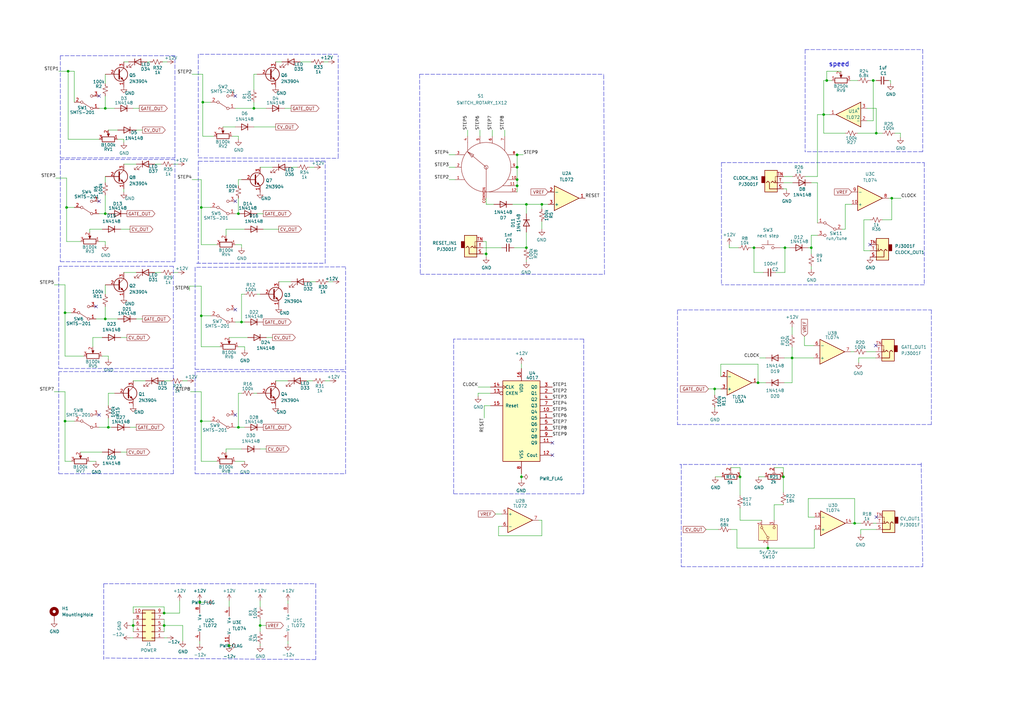
<source format=kicad_sch>
(kicad_sch (version 20231120) (generator "eeschema") (generator_version "8.0")
  (paper "A3")
  (title_block (title "ROND") (date "2024-04-18") (rev "v.001") (company "f.aiseur"))
  (lib_symbols
    (symbol "4xxx:4017" (pin_names (offset 1.016))
      (property "Reference" "U" (at -7.62 16.51 0))
      (property "Value" "4017" (at -7.62 -19.05 0))
      (symbol "4017_1_0"
        (pin output line (at 12.7 0 180) (length 5.08) (name "Q5") (number "1"))
        (pin output line (at 12.7 2.54 180) (length 5.08) (name "Q4") (number "10"))
        (pin output line (at 12.7 -10.16 180) (length 5.08) (name "Q9") (number "11"))
        (pin output line (at 12.7 -15.24 180) (length 5.08) (name "Cout") (number "12"))
        (pin input inverted (at -12.7 10.16 0) (length 5.08) (name "CKEN") (number "13"))
        (pin input clock (at -12.7 12.7 0) (length 5.08) (name "CLK") (number "14"))
        (pin input line (at -12.7 5.08 0) (length 5.08) (name "Reset") (number "15"))
        (pin power_in line (at 0 20.32 270) (length 5.08) (name "VDD") (number "16"))
        (pin output line (at 12.7 10.16 180) (length 5.08) (name "Q1") (number "2"))
        (pin output line (at 12.7 12.7 180) (length 5.08) (name "Q0") (number "3"))
        (pin output line (at 12.7 7.62 180) (length 5.08) (name "Q2") (number "4"))
        (pin output line (at 12.7 -2.54 180) (length 5.08) (name "Q6") (number "5"))
        (pin output line (at 12.7 -5.08 180) (length 5.08) (name "Q7") (number "6"))
        (pin output line (at 12.7 5.08 180) (length 5.08) (name "Q3") (number "7"))
        (pin power_in line (at 0 -22.86 90) (length 5.08) (name "VSS") (number "8"))
        (pin output line (at 12.7 -7.62 180) (length 5.08) (name "Q8") (number "9"))
      )
    )
    (symbol "Amplifier_Operational:TL072" (pin_names (offset 0.127))
      (property "Reference" "U" (at 0 5.08 0))
      (property "Value" "TL072" (at 0 -5.08 0))
      (symbol "TL072_1_1"
        (pin output line (at 7.62 0 180) (length 2.54) (name "~") (number "1"))
        (pin input line (at -7.62 -2.54 0) (length 2.54) (name "-") (number "2"))
        (pin input line (at -7.62 2.54 0) (length 2.54) (name "+") (number "3"))
      )
      (symbol "TL072_2_1"
        (pin input line (at -7.62 2.54 0) (length 2.54) (name "+") (number "5"))
        (pin input line (at -7.62 -2.54 0) (length 2.54) (name "-") (number "6"))
        (pin output line (at 7.62 0 180) (length 2.54) (name "~") (number "7"))
      )
      (symbol "TL072_3_1"
        (pin power_in line (at -2.54 -7.62 90) (length 3.81) (name "V-") (number "4"))
        (pin power_in line (at -2.54 7.62 270) (length 3.81) (name "V+") (number "8"))
      )
    )
    (symbol "Amplifier_Operational:TL074" (pin_names (offset 0.127))
      (property "Reference" "U" (at 0 5.08 0))
      (property "Value" "TL074" (at 0 -5.08 0))
      (symbol "TL074_1_1"
        (pin output line (at 7.62 0 180) (length 2.54) (name "~") (number "1"))
        (pin input line (at -7.62 -2.54 0) (length 2.54) (name "-") (number "2"))
        (pin input line (at -7.62 2.54 0) (length 2.54) (name "+") (number "3"))
      )
      (symbol "TL074_2_1"
        (pin input line (at -7.62 2.54 0) (length 2.54) (name "+") (number "5"))
        (pin input line (at -7.62 -2.54 0) (length 2.54) (name "-") (number "6"))
        (pin output line (at 7.62 0 180) (length 2.54) (name "~") (number "7"))
      )
      (symbol "TL074_3_1"
        (pin input line (at -7.62 2.54 0) (length 2.54) (name "+") (number "10"))
        (pin output line (at 7.62 0 180) (length 2.54) (name "~") (number "8"))
        (pin input line (at -7.62 -2.54 0) (length 2.54) (name "-") (number "9"))
      )
      (symbol "TL074_4_1"
        (pin input line (at -7.62 2.54 0) (length 2.54) (name "+") (number "12"))
        (pin input line (at -7.62 -2.54 0) (length 2.54) (name "-") (number "13"))
        (pin output line (at 7.62 0 180) (length 2.54) (name "~") (number "14"))
      )
      (symbol "TL074_5_1"
        (pin power_in line (at -2.54 -7.62 90) (length 3.81) (name "V-") (number "11"))
        (pin power_in line (at -2.54 7.62 270) (length 3.81) (name "V+") (number "4"))
      )
    )
    (symbol "Connector_Generic:Conn_02x05_Odd_Even" (pin_names (offset 1.016) hide)
      (property "Reference" "J" (at 1.27 7.62 0))
      (property "Value" "Conn_02x05_Odd_Even" (at 1.27 -7.62 0))
      (symbol "Conn_02x05_Odd_Even_1_1"
        (pin passive line (at -5.08 5.08 0) (length 3.81) (name "Pin_1") (number "1"))
        (pin passive line (at 7.62 -5.08 180) (length 3.81) (name "Pin_10") (number "10"))
        (pin passive line (at 7.62 5.08 180) (length 3.81) (name "Pin_2") (number "2"))
        (pin passive line (at -5.08 2.54 0) (length 3.81) (name "Pin_3") (number "3"))
        (pin passive line (at 7.62 2.54 180) (length 3.81) (name "Pin_4") (number "4"))
        (pin passive line (at -5.08 0 0) (length 3.81) (name "Pin_5") (number "5"))
        (pin passive line (at 7.62 0 180) (length 3.81) (name "Pin_6") (number "6"))
        (pin passive line (at -5.08 -2.54 0) (length 3.81) (name "Pin_7") (number "7"))
        (pin passive line (at 7.62 -2.54 180) (length 3.81) (name "Pin_8") (number "8"))
        (pin passive line (at -5.08 -5.08 0) (length 3.81) (name "Pin_9") (number "9"))
      )
    )
    (symbol "Device:C_Small" (pin_numbers hide) (pin_names (offset 0.254) hide)
      (property "Reference" "C" (at 0.254 1.778 0))
      (property "Value" "C_Small" (at 0.254 -2.032 0))
      (symbol "C_Small_1_1"
        (pin passive line (at 0 2.54 270) (length 2.032) (name "~") (number "1"))
        (pin passive line (at 0 -2.54 90) (length 2.032) (name "~") (number "2"))
      )
    )
    (symbol "Device:LED" (pin_numbers hide) (pin_names (offset 1.016) hide)
      (property "Reference" "D" (at 0 2.54 0))
      (property "Value" "LED" (at 0 -2.54 0))
      (symbol "LED_1_1"
        (pin passive line (at -3.81 0 0) (length 2.54) (name "K") (number "1"))
        (pin passive line (at 3.81 0 180) (length 2.54) (name "A") (number "2"))
      )
    )
    (symbol "Device:R_Potentiometer" (pin_names (offset 1.016) hide)
      (property "Reference" "RV" (at -4.445 0 90))
      (property "Value" "R_Potentiometer" (at -2.54 0 90))
      (symbol "R_Potentiometer_1_1"
        (pin passive line (at 0 3.81 270) (length 1.27) (name "1") (number "1"))
        (pin passive line (at 3.81 0 180) (length 1.27) (name "2") (number "2"))
        (pin passive line (at 0 -3.81 90) (length 1.27) (name "3") (number "3"))
      )
    )
    (symbol "Device:R_Potentiometer_Trim" (pin_names (offset 1.016) hide)
      (property "Reference" "RV" (at -4.445 0 90))
      (property "Value" "R_Potentiometer_Trim" (at -2.54 0 90))
      (symbol "R_Potentiometer_Trim_1_1"
        (pin passive line (at 0 3.81 270) (length 1.27) (name "1") (number "1"))
        (pin passive line (at 3.81 0 180) (length 1.27) (name "2") (number "2"))
        (pin passive line (at 0 -3.81 90) (length 1.27) (name "3") (number "3"))
      )
    )
    (symbol "Device:R_Small_US" (pin_numbers hide) (pin_names (offset 0.254) hide)
      (property "Reference" "R" (at 0.762 0.508 0))
      (property "Value" "R_Small_US" (at 0.762 -1.016 0))
      (symbol "R_Small_US_1_1"
        (pin passive line (at 0 2.54 270) (length 1.016) (name "~") (number "1"))
        (pin passive line (at 0 -2.54 90) (length 1.016) (name "~") (number "2"))
      )
    )
    (symbol "Diode:1N4148" (pin_numbers hide) (pin_names hide)
      (property "Reference" "D" (at 0 2.54 0))
      (property "Value" "1N4148" (at 0 -2.54 0))
      (symbol "1N4148_1_1"
        (pin passive line (at -3.81 0 0) (length 2.54) (name "K") (number "1"))
        (pin passive line (at 3.81 0 180) (length 2.54) (name "A") (number "2"))
      )
    )
    (symbol "Mechanical:MountingHole_Pad" (pin_numbers hide) (pin_names (offset 1.016) hide)
      (property "Reference" "H" (at 0 6.35 0))
      (property "Value" "MountingHole_Pad" (at 0 4.445 0))
      (symbol "MountingHole_Pad_1_1"
        (pin input line (at 0 -2.54 90) (length 2.54) (name "1") (number "1"))
      )
    )
    (symbol "SW_SPDT_1" (pin_names (offset 0) hide)
      (property "Reference" "SW" (at 0 5.08 0))
      (property "Value" "SW_SPDT" (at 0 -5.08 0))
      (symbol "SW_SPDT_1_1_1"
        (pin passive line (at 5.08 2.54 180) (length 2.54) (name "A") (number "1"))
        (pin passive line (at -5.08 0 0) (length 2.54) (name "B") (number "2"))
        (pin passive line (at 5.08 -2.54 180) (length 2.54) (name "C") (number "3"))
      )
    )
    (symbol "Sparkfun Electro Mechanical:SWITCH_ROTARY_1X10" (pin_names (offset 1.016) hide)
      (property "Reference" "S1" (at 12.7 -18.796 90))
      (property "Value" "SWITCH_ROTARY_1X12" (at 9.906 -10.16 90))
      (symbol "SWITCH_ROTARY_1X10_1_1"
        (pin bidirectional line (at -5.08 12.7 270) (length 2.54) (name "1") (number "1"))
        (pin bidirectional line (at -5.08 -12.7 90) (length 2.54) (name "10") (number "10"))
        (pin bidirectional line (at -7.62 -12.7 90) (length 3.81) (name "11") (number "11"))
        (pin bidirectional line (at -10.16 -12.7 90) (length 2.54) (name "12") (number "12"))
        (pin bidirectional line (at 0 12.7 270) (length 2.54) (name "2") (number "2"))
        (pin bidirectional line (at 5.08 12.7 270) (length 2.54) (name "3") (number "3"))
        (pin bidirectional line (at 12.7 7.62 180) (length 2.54) (name "4") (number "4"))
        (pin bidirectional line (at 12.7 2.54 180) (length 2.54) (name "5") (number "5"))
        (pin bidirectional line (at 12.7 -2.54 180) (length 2.54) (name "6") (number "6"))
        (pin bidirectional line (at 12.7 -7.62 180) (length 2.54) (name "7") (number "7"))
        (pin bidirectional line (at 5.08 -12.7 90) (length 2.54) (name "8") (number "8"))
        (pin bidirectional line (at 0 -12.7 90) (length 2.54) (name "9") (number "9"))
        (pin bidirectional line (at -12.7 0 0) (length 2.54) (name "COMMON") (number "COMMON"))
      )
    )
    (symbol "Switch:SW_Push" (pin_numbers hide) (pin_names (offset 1.016) hide)
      (property "Reference" "SW" (at 1.27 2.54 0))
      (property "Value" "SW_Push" (at 0 -1.524 0))
      (symbol "SW_Push_0_1"
        (pin passive line (at -5.08 0 0) (length 2.54) (name "1") (number "1"))
        (pin passive line (at 5.08 0 180) (length 2.54) (name "2") (number "2"))
      )
    )
    (symbol "Switch:SW_SPDT" (pin_names (offset 0) hide)
      (property "Reference" "SW" (at 0 4.318 0))
      (property "Value" "SW_SPDT" (at 0 -5.08 0))
      (symbol "SW_SPDT_1_1"
        (pin passive line (at 5.08 2.54 180) (length 2.54) (name "A") (number "1"))
        (pin passive line (at -5.08 0 0) (length 2.54) (name "B") (number "2"))
        (pin passive line (at 5.08 -2.54 180) (length 2.54) (name "C") (number "3"))
      )
    )
    (symbol "Transistor_BJT:2N3904" (pin_names (offset 0) hide)
      (property "Reference" "Q" (at 5.08 1.905 0))
      (property "Value" "2N3904" (at 5.08 0 0))
      (symbol "2N3904_1_1"
        (pin passive line (at 2.54 -5.08 90) (length 2.54) (name "E") (number "1"))
        (pin passive line (at -5.08 0 0) (length 5.715) (name "B") (number "2"))
        (pin passive line (at 2.54 5.08 270) (length 2.54) (name "C") (number "3"))
      )
    )
    (symbol "benjiaomodular:PJ3001F"
      (property "Reference" "J" (at 0 8.89 0))
      (property "Value" "PJ3001F" (at 0 6.35 0))
      (symbol "PJ3001F_1_1"
        (pin passive line (at 5.08 2.54 180) (length 2.54) (name "~") (number "S"))
        (pin passive line (at 5.08 0 180) (length 2.54) (name "~") (number "T"))
        (pin passive line (at 5.08 -2.54 180) (length 2.54) (name "~") (number "TN"))
      )
    )
    (symbol "power:+12V" (power) (pin_names (offset 0))
      (property "Value" "+12V" (at 0 3.556 0))
      (symbol "+12V_1_1"
        (pin power_in line (at 0 0 90) (length 0) hide (name "+12V") (number "1"))
      )
    )
    (symbol "power:+5V" (power) (pin_names (offset 0))
      (property "Value" "+5V" (at 0 3.556 0))
      (symbol "+5V_1_1"
        (pin power_in line (at 0 0 90) (length 0) hide (name "+5V") (number "1"))
      )
    )
    (symbol "power:GND" (power) (pin_names (offset 0))
      (property "Value" "GND" (at 0 -3.81 0))
      (symbol "GND_1_1"
        (pin power_in line (at 0 0 270) (length 0) hide (name "GND") (number "1"))
      )
    )
    (symbol "power:PWR_FLAG" (power) (pin_numbers hide) (pin_names (offset 0) hide)
      (property "Value" "PWR_FLAG" (at 0 3.81 0))
      (symbol "PWR_FLAG_0_0"
        (pin power_out line (at 0 0 90) (length 0) (name "~") (number "1"))
      )
    )
  )
  (junction (at 93.98 264.795))
  (junction (at 212.09 73.66))
  (junction (at 43.18 130.81))
  (junction (at 97.79 175.26))
  (junction (at 332.74 101.6))
  (junction (at 303.53 195.58))
  (junction (at 212.09 76.2))
  (junction (at 199.39 104.14))
  (junction (at 212.09 68.58))
  (junction (at 213.868 195.58))
  (junction (at 215.9 101.6))
  (junction (at 337.82 46.99))
  (junction (at 83.185 41.91))
  (junction (at 222.25 83.82))
  (junction (at 215.9 83.82))
  (junction (at 309.245 101.6))
  (junction (at 365.76 81.28))
  (junction (at 54.61 256.54))
  (junction (at 43.18 87.63))
  (junction (at 104.14 44.45))
  (junction (at 358.14 33.02))
  (junction (at 321.31 195.58))
  (junction (at 97.79 87.63))
  (junction (at 26.67 128.27))
  (junction (at 27.94 29.21))
  (junction (at 82.55 129.54))
  (junction (at 82.55 85.09))
  (junction (at 81.915 247.015))
  (junction (at 99.06 132.08))
  (junction (at 212.09 63.5))
  (junction (at 43.18 44.45))
  (junction (at 27.305 85.09))
  (junction (at 324.866 146.812))
  (junction (at 314.96 224.79))
  (junction (at 44.45 175.26))
  (junction (at 26.67 172.72))
  (junction (at 310.896 156.972))
  (junction (at 67.31 251.46))
  (junction (at 67.31 256.54))
  (junction (at 350.52 214.63))
  (junction (at 321.945 101.6))
  (junction (at 293.116 159.512))
  (junction (at 82.55 172.72))
  (junction (at 359.41 54.61))
  (junction (at 339.09 33.02))
  (junction (at 106.68 256.54))
  (no_connect (at 96.52 39.37))
  (no_connect (at 356.87 100.33))
  (no_connect (at 40.64 82.55))
  (no_connect (at 96.52 82.55))
  (no_connect (at 40.64 170.18))
  (no_connect (at 359.156 141.732))
  (no_connect (at 39.37 125.73))
  (no_connect (at 359.41 212.09))
  (no_connect (at 40.64 39.37))
  (no_connect (at 226.568 186.69))
  (no_connect (at 96.52 127))
  (no_connect (at 96.52 170.18))
  (no_connect (at 226.568 181.61))
  (polyline (pts (xy 239.395 139.065) (xy 186.055 139.065)) (stroke (width 0) (type dash)))
  (wire (pts (xy 222.25 213.36) (xy 222.25 219.71)))
  (wire (pts (xy 119.38 115.57) (xy 114.3 115.57)))
  (wire (pts (xy 30.48 29.21) (xy 30.48 41.91)))
  (polyline (pts (xy 141.732 109.474) (xy 80.01 109.601)) (stroke (width 0) (type dash)))
  (wire (pts (xy 106.68 264.16) (xy 106.68 264.795)))
  (wire (pts (xy 354.33 90.17) (xy 356.87 90.17)))
  (wire (pts (xy 355.6 44.45) (xy 359.41 44.45)))
  (wire (pts (xy 71.12 111.76) (xy 73.025 111.76)))
  (wire (pts (xy 303.53 191.77) (xy 303.53 195.58)))
  (wire (pts (xy 295.656 154.432) (xy 295.656 149.352)))
  (polyline (pts (xy 71.755 64.77) (xy 71.755 22.86)) (stroke (width 0) (type dash)))
  (polyline (pts (xy 129.54 270.51) (xy 42.545 269.875)) (stroke (width 0) (type dash)))
  (polyline (pts (xy 239.395 139.065) (xy 239.395 202.565)) (stroke (width 0) (type dash)))
  (wire (pts (xy 310.896 156.972) (xy 314.071 156.972)))
  (polyline (pts (xy 378.46 62.23) (xy 330.2 62.23)) (stroke (width 0) (type dash)))
  (wire (pts (xy 81.915 247.015) (xy 81.915 247.65)))
  (polyline (pts (xy 382.016 127.127) (xy 382.016 174.117)) (stroke (width 0) (type dash)))
  (wire (pts (xy 118.11 156.21) (xy 113.03 156.21)))
  (wire (pts (xy 29.21 189.23) (xy 26.67 189.23)))
  (wire (pts (xy 84.455 247.015) (xy 81.915 247.015)))
  (polyline (pts (xy 71.755 22.86) (xy 24.765 22.86)) (stroke (width 0) (type dash)))
  (wire (pts (xy 77.724 119.126) (xy 77.724 117.348)))
  (wire (pts (xy 50.8 58.42) (xy 50.8 57.15)))
  (wire (pts (xy 324.866 156.972) (xy 321.691 156.972)))
  (wire (pts (xy 88.9 100.33) (xy 82.55 100.33)))
  (wire (pts (xy 44.45 171.45) (xy 44.45 175.26)))
  (wire (pts (xy 34.29 146.05) (xy 26.67 146.05)))
  (wire (pts (xy 106.68 256.54) (xy 109.22 256.54)))
  (wire (pts (xy 317.5 213.36) (xy 317.5 207.01)))
  (polyline (pts (xy 71.755 65.405) (xy 24.765 65.405)) (stroke (width 0) (type dash)))
  (wire (pts (xy 309.245 101.6) (xy 309.88 101.6)))
  (wire (pts (xy 54.61 254) (xy 54.61 256.54)))
  (wire (pts (xy 215.9 95.25) (xy 215.9 101.6)))
  (wire (pts (xy 104.14 161.29) (xy 105.41 161.29)))
  (wire (pts (xy 74.93 156.21) (xy 76.835 156.21)))
  (wire (pts (xy 49.53 93.98) (xy 53.34 93.98)))
  (wire (pts (xy 317.5 191.77) (xy 321.31 191.77)))
  (polyline (pts (xy 133.35 66.04) (xy 81.026 66.167)) (stroke (width 0) (type dash)))
  (wire (pts (xy 53.34 261.62) (xy 54.61 261.62)))
  (wire (pts (xy 303.53 195.58) (xy 303.53 203.2)))
  (polyline (pts (xy 330.2 20.32) (xy 330.2 62.23)) (stroke (width 0) (type dash)))
  (wire (pts (xy 26.67 116.84) (xy 26.67 128.27)))
  (wire (pts (xy 43.18 116.84) (xy 43.18 120.65)))
  (wire (pts (xy 100.33 93.98) (xy 92.71 93.98)))
  (polyline (pts (xy 378.46 20.32) (xy 378.46 62.23)) (stroke (width 0) (type dash)))
  (wire (pts (xy 36.83 93.98) (xy 41.91 93.98)))
  (wire (pts (xy 339.09 29.21) (xy 339.09 33.02)))
  (wire (pts (xy 127 115.57) (xy 129.54 115.57)))
  (wire (pts (xy 314.96 223.52) (xy 314.96 224.79)))
  (wire (pts (xy 293.116 159.512) (xy 295.656 159.512)))
  (wire (pts (xy 109.22 138.43) (xy 111.76 138.43)))
  (wire (pts (xy 22.225 116.84) (xy 26.67 116.84)))
  (polyline (pts (xy 24.765 64.77) (xy 71.755 64.77)) (stroke (width 0) (type dash)))
  (wire (pts (xy 97.79 73.66) (xy 99.06 73.66)))
  (polyline (pts (xy 141.732 151.638) (xy 141.732 109.728)) (stroke (width 0) (type dash)))
  (wire (pts (xy 41.91 138.43) (xy 38.1 138.43)))
  (wire (pts (xy 355.346 144.272) (xy 359.156 144.272)))
  (wire (pts (xy 82.55 172.72) (xy 82.55 189.23)))
  (polyline (pts (xy 81.28 22.225) (xy 81.28 64.135)) (stroke (width 0) (type dash)))
  (wire (pts (xy 36.83 95.25) (xy 36.83 93.98)))
  (wire (pts (xy 27.305 85.09) (xy 27.305 99.06)))
  (polyline (pts (xy 186.055 202.565) (xy 239.395 202.565)) (stroke (width 0) (type dash)))
  (wire (pts (xy 332.74 74.93) (xy 335.28 74.93)))
  (wire (pts (xy 81.915 246.38) (xy 81.915 247.015)))
  (wire (pts (xy 184.15 73.66) (xy 186.69 73.66)))
  (wire (pts (xy 67.31 248.92) (xy 67.31 251.46)))
  (wire (pts (xy 331.47 101.6) (xy 332.74 101.6)))
  (wire (pts (xy 354.33 102.87) (xy 354.33 90.17)))
  (wire (pts (xy 43.18 44.45) (xy 46.99 44.45)))
  (wire (pts (xy 96.52 189.23) (xy 100.33 189.23)))
  (wire (pts (xy 212.09 68.58) (xy 212.09 73.66)))
  (wire (pts (xy 83.185 55.88) (xy 87.63 55.88)))
  (wire (pts (xy 213.868 194.31) (xy 213.868 195.58)))
  (wire (pts (xy 215.9 83.82) (xy 222.25 83.82)))
  (wire (pts (xy 352.171 146.812) (xy 352.171 148.717)))
  (polyline (pts (xy 172.085 30.48) (xy 172.3644 112.4712)) (stroke (width 0) (type dash)))
  (wire (pts (xy 358.14 49.53) (xy 358.14 33.02)))
  (wire (pts (xy 346.71 93.98) (xy 346.71 83.82)))
  (wire (pts (xy 365.252 33.02) (xy 365.252 34.29)))
  (wire (pts (xy 303.53 208.28) (xy 303.53 213.36)))
  (wire (pts (xy 345.44 93.98) (xy 346.71 93.98)))
  (wire (pts (xy 74.93 262.89) (xy 74.93 256.54)))
  (polyline (pts (xy 330.2 20.32) (xy 378.46 20.32)) (stroke (width 0) (type dash)))
  (wire (pts (xy 337.82 46.99) (xy 340.36 46.99)))
  (wire (pts (xy 41.91 185.42) (xy 33.02 185.42)))
  (wire (pts (xy 106.68 254) (xy 106.68 256.54)))
  (wire (pts (xy 66.675 25.4) (xy 68.58 25.4)))
  (wire (pts (xy 39.37 130.81) (xy 43.18 130.81)))
  (wire (pts (xy 324.866 137.287) (xy 324.866 134.112)))
  (wire (pts (xy 344.932 29.21) (xy 339.09 29.21)))
  (wire (pts (xy 203.2 210.82) (xy 205.74 210.82)))
  (wire (pts (xy 22.86 73.025) (xy 27.305 73.025)))
  (polyline (pts (xy 277.876 127.254) (xy 277.876 174.244)) (stroke (width 0) (type dash)))
  (wire (pts (xy 201.93 53.34) (xy 201.93 55.88)))
  (wire (pts (xy 134.62 115.57) (xy 136.525 115.57)))
  (wire (pts (xy 359.41 44.45) (xy 359.41 54.61)))
  (wire (pts (xy 44.45 166.37) (xy 44.45 161.29)))
  (wire (pts (xy 50.8 25.4) (xy 52.705 25.4)))
  (wire (pts (xy 199.39 99.06) (xy 199.39 104.14)))
  (wire (pts (xy 127 68.58) (xy 128.905 68.58)))
  (wire (pts (xy 83.185 41.91) (xy 83.185 55.88)))
  (wire (pts (xy 82.55 129.54) (xy 82.55 142.24)))
  (polyline (pts (xy 379.095 66.675) (xy 379.095 116.84)) (stroke (width 0) (type dash)))
  (wire (pts (xy 99.06 161.29) (xy 97.79 161.29)))
  (wire (pts (xy 329.946 141.732) (xy 329.946 137.922)))
  (polyline (pts (xy 80.01 151.511) (xy 141.732 151.638)) (stroke (width 0) (type dash)))
  (wire (pts (xy 335.28 46.99) (xy 337.82 46.99)))
  (wire (pts (xy 27.305 73.025) (xy 27.305 85.09)))
  (wire (pts (xy 364.49 81.28) (xy 365.76 81.28)))
  (polyline (pts (xy 80.645 107.95) (xy 133.35 107.95)) (stroke (width 0) (type dash)))
  (wire (pts (xy 27.94 57.15) (xy 40.64 57.15)))
  (wire (pts (xy 299.085 101.6) (xy 302.895 101.6)))
  (wire (pts (xy 369.316 54.61) (xy 367.03 54.61)))
  (wire (pts (xy 212.09 73.66) (xy 212.09 76.2)))
  (wire (pts (xy 43.18 30.48) (xy 43.18 34.29)))
  (wire (pts (xy 104.14 41.91) (xy 104.14 44.45)))
  (wire (pts (xy 81.915 262.89) (xy 81.915 264.16)))
  (wire (pts (xy 295.656 149.352) (xy 310.896 149.352)))
  (polyline (pts (xy 81.28 64.77) (xy 138.811 64.897)) (stroke (width 0) (type dash)))
  (wire (pts (xy 321.31 191.77) (xy 321.31 195.58)))
  (wire (pts (xy 26.67 128.27) (xy 26.67 146.05)))
  (polyline (pts (xy 24.13 194.31) (xy 71.12 194.31)) (stroke (width 0) (type dash)))
  (polyline (pts (xy 80.01 152.4) (xy 80.01 194.31)) (stroke (width 0) (type dash)))
  (polyline (pts (xy 24.13 109.22) (xy 24.13 151.13)) (stroke (width 0) (type dash)))
  (wire (pts (xy 63.5 111.76) (xy 66.04 111.76)))
  (wire (pts (xy 369.316 56.388) (xy 369.316 54.61)))
  (wire (pts (xy 97.79 142.24) (xy 100.33 142.24)))
  (wire (pts (xy 24.13 29.21) (xy 27.94 29.21)))
  (wire (pts (xy 55.88 130.81) (xy 58.42 130.81)))
  (wire (pts (xy 332.74 101.6) (xy 332.74 104.14)))
  (wire (pts (xy 321.31 195.58) (xy 321.31 201.93)))
  (wire (pts (xy 50.8 67.31) (xy 55.88 67.31)))
  (wire (pts (xy 49.53 185.42) (xy 52.07 185.42)))
  (wire (pts (xy 100.33 120.65) (xy 99.06 120.65)))
  (wire (pts (xy 324.866 146.812) (xy 324.866 156.972)))
  (wire (pts (xy 118.11 262.89) (xy 118.11 264.16)))
  (wire (pts (xy 44.45 161.29) (xy 46.99 161.29)))
  (wire (pts (xy 222.25 83.82) (xy 222.25 85.725)))
  (wire (pts (xy 43.18 125.73) (xy 43.18 130.81)))
  (polyline (pts (xy 71.12 109.22) (xy 24.13 109.22)) (stroke (width 0) (type dash)))
  (polyline (pts (xy 172.085 30.48) (xy 247.65 30.48)) (stroke (width 0) (type dash)))
  (wire (pts (xy 54.61 248.92) (xy 54.61 251.46)))
  (wire (pts (xy 67.31 256.54) (xy 74.93 256.54)))
  (wire (pts (xy 27.305 99.06) (xy 33.02 99.06)))
  (polyline (pts (xy 377.825 189.865) (xy 378.46 232.41)) (stroke (width 0) (type dash)))
  (wire (pts (xy 40.64 99.06) (xy 43.18 99.06)))
  (wire (pts (xy 346.71 83.82) (xy 349.25 83.82)))
  (wire (pts (xy 359.41 54.61) (xy 361.95 54.61)))
  (wire (pts (xy 43.18 39.37) (xy 43.18 44.45)))
  (polyline (pts (xy 279.4 232.41) (xy 378.46 232.41)) (stroke (width 0) (type dash)))
  (polyline (pts (xy 133.35 107.95) (xy 133.35 66.04)) (stroke (width 0) (type dash)))
  (wire (pts (xy 332.74 96.52) (xy 332.74 101.6)))
  (polyline (pts (xy 42.545 239.395) (xy 129.54 239.395)) (stroke (width 0) (type dash)))
  (wire (pts (xy 97.79 55.88) (xy 95.25 55.88)))
  (wire (pts (xy 309.245 101.6) (xy 309.245 111.76)))
  (wire (pts (xy 82.55 160.655) (xy 82.55 172.72)))
  (wire (pts (xy 358.14 33.02) (xy 359.41 33.02)))
  (wire (pts (xy 54.61 248.92) (xy 67.31 248.92)))
  (wire (pts (xy 132.715 25.4) (xy 134.62 25.4)))
  (wire (pts (xy 40.64 44.45) (xy 43.18 44.45)))
  (wire (pts (xy 67.31 256.54) (xy 67.31 259.08)))
  (wire (pts (xy 96.52 100.33) (xy 99.06 100.33)))
  (wire (pts (xy 82.55 85.09) (xy 86.36 85.09)))
  (wire (pts (xy 36.83 189.23) (xy 39.37 189.23)))
  (wire (pts (xy 44.45 146.05) (xy 44.45 147.32)))
  (wire (pts (xy 356.87 33.02) (xy 358.14 33.02)))
  (wire (pts (xy 77.724 117.348) (xy 82.55 117.348)))
  (polyline (pts (xy 247.9294 112.4712) (xy 247.65 30.48)) (stroke (width 0) (type dash)))
  (polyline (pts (xy 24.13 151.13) (xy 71.12 151.13)) (stroke (width 0) (type dash)))
  (wire (pts (xy 88.9 189.23) (xy 82.55 189.23)))
  (wire (pts (xy 93.98 264.16) (xy 93.98 264.795)))
  (wire (pts (xy 199.39 83.82) (xy 202.565 83.82)))
  (wire (pts (xy 78.74 73.66) (xy 82.55 73.66)))
  (polyline (pts (xy 24.765 107.315) (xy 71.755 107.315)) (stroke (width 0) (type dash)))
  (polyline (pts (xy 141.732 194.31) (xy 141.732 152.4)) (stroke (width 0) (type dash)))
  (polyline (pts (xy 295.91 66.675) (xy 295.91 116.84)) (stroke (width 0) (type dash)))
  (wire (pts (xy 365.76 81.28) (xy 369.57 81.28)))
  (wire (pts (xy 97.79 81.28) (xy 97.79 87.63)))
  (wire (pts (xy 317.5 207.01) (xy 321.31 207.01)))
  (wire (pts (xy 351.79 54.61) (xy 359.41 54.61)))
  (wire (pts (xy 289.56 217.17) (xy 294.64 217.17)))
  (wire (pts (xy 364.49 33.02) (xy 365.252 33.02)))
  (wire (pts (xy 97.79 73.66) (xy 97.79 76.2)))
  (wire (pts (xy 67.31 261.62) (xy 68.58 261.62)))
  (polyline (pts (xy 24.13 152.4) (xy 24.13 194.31)) (stroke (width 0) (type dash)))
  (wire (pts (xy 196.088 158.75) (xy 201.168 158.75)))
  (wire (pts (xy 337.82 33.02) (xy 339.09 33.02)))
  (polyline (pts (xy 377.825 190.5) (xy 278.765 190.5)) (stroke (width 0) (type dash)))
  (polyline (pts (xy 24.765 22.86) (xy 24.765 64.77)) (stroke (width 0) (type dash)))
  (wire (pts (xy 96.52 87.63) (xy 97.79 87.63)))
  (wire (pts (xy 213.868 195.58) (xy 213.868 196.85)))
  (wire (pts (xy 348.996 144.272) (xy 350.266 144.272)))
  (wire (pts (xy 63.5 67.31) (xy 66.04 67.31)))
  (polyline (pts (xy 81.28 66.04) (xy 81.28 107.95)) (stroke (width 0) (type dash)))
  (polyline (pts (xy 71.755 107.315) (xy 71.755 65.405)) (stroke (width 0) (type dash)))
  (wire (pts (xy 104.14 30.48) (xy 104.14 36.83)))
  (wire (pts (xy 104.14 44.45) (xy 109.22 44.45)))
  (wire (pts (xy 293.116 162.052) (xy 293.116 159.512)))
  (wire (pts (xy 313.055 111.76) (xy 309.245 111.76)))
  (wire (pts (xy 331.47 204.47) (xy 331.47 212.09)))
  (wire (pts (xy 220.98 213.36) (xy 222.25 213.36)))
  (wire (pts (xy 123.19 25.4) (xy 127.635 25.4)))
  (wire (pts (xy 26.67 172.72) (xy 26.67 189.23)))
  (wire (pts (xy 293.116 167.132) (xy 293.116 167.767)))
  (wire (pts (xy 337.82 54.61) (xy 346.71 54.61)))
  (wire (pts (xy 67.31 254) (xy 67.31 256.54)))
  (wire (pts (xy 105.41 120.65) (xy 106.68 120.65)))
  (wire (pts (xy 198.12 99.06) (xy 199.39 99.06)))
  (wire (pts (xy 53.34 256.54) (xy 54.61 256.54)))
  (wire (pts (xy 335.28 46.99) (xy 335.28 72.39)))
  (wire (pts (xy 106.68 184.15) (xy 109.22 184.15)))
  (wire (pts (xy 55.88 111.76) (xy 50.8 111.76)))
  (wire (pts (xy 111.76 68.58) (xy 106.68 68.58)))
  (wire (pts (xy 212.09 76.2) (xy 212.09 78.74)))
  (wire (pts (xy 40.64 175.26) (xy 44.45 175.26)))
  (wire (pts (xy 43.18 72.39) (xy 43.18 74.93)))
  (wire (pts (xy 26.67 160.655) (xy 26.67 172.72)))
  (wire (pts (xy 91.44 52.07) (xy 96.52 52.07)))
  (wire (pts (xy 116.84 44.45) (xy 119.38 44.45)))
  (wire (pts (xy 55.88 53.34) (xy 58.42 53.34)))
  (wire (pts (xy 96.52 132.08) (xy 99.06 132.08)))
  (wire (pts (xy 335.28 96.52) (xy 332.74 96.52)))
  (wire (pts (xy 299.085 100.33) (xy 299.085 101.6)))
  (wire (pts (xy 331.47 212.09) (xy 334.01 212.09)))
  (wire (pts (xy 59.69 156.21) (xy 54.61 156.21)))
  (wire (pts (xy 330.2 72.39) (xy 335.28 72.39)))
  (wire (pts (xy 324.866 146.812) (xy 333.756 146.812)))
  (polyline (pts (xy 172.3644 112.4712) (xy 247.9294 112.4712)) (stroke (width 0) (type dash)))
  (wire (pts (xy 205.74 215.9) (xy 204.47 215.9)))
  (wire (pts (xy 60.325 25.4) (xy 61.595 25.4)))
  (wire (pts (xy 104.14 52.07) (xy 113.03 52.07)))
  (wire (pts (xy 359.41 217.17) (xy 353.06 217.17)))
  (wire (pts (xy 30.48 85.09) (xy 27.305 85.09)))
  (wire (pts (xy 213.868 149.225) (xy 213.868 151.13)))
  (wire (pts (xy 199.39 104.14) (xy 198.12 104.14)))
  (wire (pts (xy 355.6 49.53) (xy 358.14 49.53)))
  (wire (pts (xy 293.37 195.58) (xy 295.91 195.58)))
  (wire (pts (xy 314.96 224.79) (xy 334.01 224.79)))
  (wire (pts (xy 99.06 132.08) (xy 100.33 132.08)))
  (wire (pts (xy 321.31 74.93) (xy 325.12 74.93)))
  (wire (pts (xy 82.55 100.33) (xy 82.55 85.09)))
  (wire (pts (xy 50.8 57.15) (xy 48.26 57.15)))
  (wire (pts (xy 320.04 101.6) (xy 321.945 101.6)))
  (wire (pts (xy 93.98 246.38) (xy 93.98 248.92)))
  (wire (pts (xy 215.9 83.82) (xy 215.9 87.63)))
  (polyline (pts (xy 186.055 139.065) (xy 186.055 202.565)) (stroke (width 0) (type dash)))
  (polyline (pts (xy 129.54 239.395) (xy 129.54 270.51)) (stroke (width 0) (type dash)))
  (wire (pts (xy 198.628 166.37) (xy 198.628 171.45)))
  (wire (pts (xy 184.15 68.58) (xy 186.69 68.58)))
  (wire (pts (xy 106.68 256.54) (xy 106.68 259.08)))
  (wire (pts (xy 105.41 87.63) (xy 107.95 87.63)))
  (wire (pts (xy 82.55 172.72) (xy 86.36 172.72)))
  (wire (pts (xy 105.41 30.48) (xy 104.14 30.48)))
  (wire (pts (xy 118.11 246.38) (xy 118.11 247.65)))
  (wire (pts (xy 207.01 53.34) (xy 207.01 55.88)))
  (wire (pts (xy 350.52 214.63) (xy 350.52 204.47)))
  (wire (pts (xy 290.576 159.512) (xy 293.116 159.512)))
  (wire (pts (xy 26.67 128.27) (xy 29.21 128.27)))
  (wire (pts (xy 93.98 138.43) (xy 101.6 138.43)))
  (wire (pts (xy 322.58 78.105) (xy 322.58 77.47)))
  (wire (pts (xy 41.91 146.05) (xy 44.45 146.05)))
  (wire (pts (xy 311.15 195.58) (xy 313.69 195.58)))
  (wire (pts (xy 107.95 93.98) (xy 114.3 93.98)))
  (wire (pts (xy 204.47 215.9) (xy 204.47 219.71)))
  (polyline (pts (xy 379.095 116.84) (xy 295.91 116.84)) (stroke (width 0) (type dash)))
  (wire (pts (xy 43.18 87.63) (xy 44.45 87.63)))
  (wire (pts (xy 97.79 161.29) (xy 97.79 175.26)))
  (wire (pts (xy 331.47 204.47) (xy 350.52 204.47)))
  (wire (pts (xy 198.628 166.37) (xy 201.168 166.37)))
  (wire (pts (xy 353.06 217.17) (xy 353.06 219.075)))
  (polyline (pts (xy 279.4 190.5) (xy 279.4 232.41)) (stroke (width 0) (type dash)))
  (wire (pts (xy 99.06 100.33) (xy 99.06 101.6)))
  (wire (pts (xy 321.945 111.76) (xy 318.135 111.76)))
  (polyline (pts (xy 138.684 64.643) (xy 138.684 22.733)) (stroke (width 0) (type dash)))
  (wire (pts (xy 38.1 138.43) (xy 38.1 142.24)))
  (wire (pts (xy 133.35 156.21) (xy 135.255 156.21)))
  (wire (pts (xy 92.71 93.98) (xy 92.71 96.52)))
  (wire (pts (xy 321.691 146.812) (xy 324.866 146.812)))
  (wire (pts (xy 44.45 175.26) (xy 45.72 175.26)))
  (wire (pts (xy 196.85 53.34) (xy 196.85 55.88)))
  (wire (pts (xy 26.67 172.72) (xy 30.48 172.72)))
  (wire (pts (xy 96.52 44.45) (xy 104.14 44.45)))
  (wire (pts (xy 22.225 160.655) (xy 26.67 160.655)))
  (wire (pts (xy 337.82 33.02) (xy 337.82 46.99)))
  (wire (pts (xy 67.31 251.46) (xy 73.66 251.46)))
  (wire (pts (xy 86.36 41.91) (xy 83.185 41.91)))
  (wire (pts (xy 299.72 191.77) (xy 303.53 191.77)))
  (wire (pts (xy 191.77 53.34) (xy 191.77 55.88)))
  (wire (pts (xy 204.47 219.71) (xy 222.25 219.71)))
  (wire (pts (xy 361.95 90.17) (xy 365.76 90.17)))
  (wire (pts (xy 321.31 72.39) (xy 325.12 72.39)))
  (wire (pts (xy 215.9 106.68) (xy 215.9 107.315)))
  (wire (pts (xy 348.742 33.02) (xy 351.79 33.02)))
  (wire (pts (xy 83.185 30.48) (xy 83.185 41.91)))
  (wire (pts (xy 321.945 101.6) (xy 323.85 101.6)))
  (wire (pts (xy 334.01 217.17) (xy 334.01 224.79)))
  (wire (pts (xy 222.25 90.805) (xy 222.25 93.98)))
  (wire (pts (xy 184.15 63.5) (xy 186.69 63.5)))
  (wire (pts (xy 49.53 138.43) (xy 52.07 138.43)))
  (wire (pts (xy 302.26 217.17) (xy 302.26 224.79)))
  (wire (pts (xy 44.45 53.34) (xy 48.26 53.34)))
  (wire (pts (xy 352.171 146.812) (xy 359.156 146.812)))
  (wire (pts (xy 50.8 77.47) (xy 50.8 78.74)))
  (wire (pts (xy 96.52 175.26) (xy 97.79 175.26)))
  (wire (pts (xy 54.61 256.54) (xy 54.61 259.08)))
  (wire (pts (xy 310.896 149.352) (xy 310.896 156.972)))
  (wire (pts (xy 78.105 160.655) (xy 82.55 160.655)))
  (polyline (pts (xy 71.12 152.4) (xy 24.13 152.4)) (stroke (width 0) (type dash)))
  (wire (pts (xy 349.25 214.63) (xy 350.52 214.63)))
  (wire (pts (xy 73.66 251.46) (xy 73.66 246.38)))
  (wire (pts (xy 324.866 146.812) (xy 324.866 142.367)))
  (wire (pts (xy 307.975 101.6) (xy 309.245 101.6)))
  (wire (pts (xy 53.34 175.26) (xy 55.88 175.26)))
  (wire (pts (xy 54.61 44.45) (xy 57.15 44.45)))
  (polyline (pts (xy 382.016 174.117) (xy 277.876 174.117)) (stroke (width 0) (type dash)))
  (wire (pts (xy 119.38 68.58) (xy 121.92 68.58)))
  (wire (pts (xy 210.185 83.82) (xy 215.9 83.82)))
  (wire (pts (xy 43.18 130.81) (xy 48.26 130.81)))
  (wire (pts (xy 329.946 141.732) (xy 333.756 141.732)))
  (polyline (pts (xy 277.876 127.127) (xy 382.016 127.127)) (stroke (width 0) (type dash)))
  (wire (pts (xy 365.76 81.28) (xy 365.76 90.17)))
  (polyline (pts (xy 141.732 152.4) (xy 80.01 152.4)) (stroke (width 0) (type dash)))
  (wire (pts (xy 332.74 109.22) (xy 332.74 110.49)))
  (wire (pts (xy 303.53 213.36) (xy 312.42 213.36)))
  (wire (pts (xy 27.94 57.15) (xy 27.94 29.21)))
  (wire (pts (xy 82.55 142.24) (xy 90.17 142.24)))
  (polyline (pts (xy 138.43 22.225) (xy 81.28 22.225)) (stroke (width 0) (type dash)))
  (wire (pts (xy 212.09 63.5) (xy 212.09 68.58)))
  (wire (pts (xy 322.58 77.47) (xy 321.31 77.47)))
  (wire (pts (xy 40.64 87.63) (xy 43.18 87.63)))
  (polyline (pts (xy 71.12 151.13) (xy 71.12 109.22)) (stroke (width 0) (type dash)))
  (wire (pts (xy 201.168 161.29) (xy 196.088 161.29)))
  (polyline (pts (xy 71.12 194.31) (xy 71.12 152.4)) (stroke (width 0) (type dash)))
  (wire (pts (xy 97.79 175.26) (xy 100.33 175.26)))
  (wire (pts (xy 43.18 99.06) (xy 43.18 100.33)))
  (wire (pts (xy 199.39 105.41) (xy 199.39 104.14)))
  (wire (pts (xy 82.55 117.348) (xy 82.55 129.54)))
  (wire (pts (xy 113.03 25.4) (xy 115.57 25.4)))
  (wire (pts (xy 67.31 156.21) (xy 69.85 156.21)))
  (wire (pts (xy 337.82 46.99) (xy 337.82 54.61)))
  (wire (pts (xy 82.55 129.54) (xy 86.36 129.54)))
  (wire (pts (xy 222.25 83.82) (xy 224.79 83.82)))
  (polyline (pts (xy 80.01 109.601) (xy 80.01 151.511)) (stroke (width 0) (type dash)))
  (wire (pts (xy 82.55 85.09) (xy 82.55 73.66)))
  (wire (pts (xy 198.12 101.6) (xy 205.74 101.6)))
  (wire (pts (xy 314.071 146.812) (xy 311.531 146.812)))
  (wire (pts (xy 71.12 67.31) (xy 73.025 67.31)))
  (wire (pts (xy 356.87 102.87) (xy 354.33 102.87)))
  (wire (pts (xy 99.06 184.15) (xy 92.71 184.15)))
  (wire (pts (xy 100.33 142.24) (xy 100.33 143.51)))
  (polyline (pts (xy 42.545 239.395) (xy 42.545 270.51)) (stroke (width 0) (type dash)))
  (wire (pts (xy 99.06 120.65) (xy 99.06 132.08)))
  (wire (pts (xy 92.71 184.15) (xy 92.71 185.42)))
  (wire (pts (xy 196.088 161.29) (xy 196.088 162.56)))
  (polyline (pts (xy 80.01 194.31) (xy 141.732 194.31)) (stroke (width 0) (type dash)))
  (wire (pts (xy 97.79 55.88) (xy 97.79 57.15)))
  (wire (pts (xy 43.18 80.01) (xy 43.18 87.63)))
  (wire (pts (xy 335.28 91.44) (xy 335.28 74.93)))
  (wire (pts (xy 339.09 33.02) (xy 341.122 33.02)))
  (wire (pts (xy 125.73 156.21) (xy 128.27 156.21)))
  (polyline (pts (xy 295.91 66.675) (xy 379.095 66.675)) (stroke (width 0) (type dash)))
  (wire (pts (xy 199.39 81.28) (xy 199.39 83.82)))
  (wire (pts (xy 27.94 29.21) (xy 30.48 29.21)))
  (wire (pts (xy 212.09 63.5) (xy 214.63 63.5)))
  (wire (pts (xy 210.82 101.6) (xy 215.9 101.6)))
  (wire (pts (xy 321.945 101.6) (xy 321.945 111.76)))
  (wire (pts (xy 358.14 214.63) (xy 359.41 214.63)))
  (polyline (pts (xy 24.765 65.405) (xy 24.765 107.315)) (stroke (width 0) (type dash)))
  (wire (pts (xy 106.68 246.38) (xy 106.68 248.92)))
  (wire (pts (xy 78.74 30.48) (xy 83.185 30.48)))
  (wire (pts (xy 302.26 224.79) (xy 314.96 224.79)))
  (wire (pts (xy 299.72 217.17) (xy 302.26 217.17)))
  (wire (pts (xy 350.52 214.63) (xy 353.06 214.63)))
  (text "speed" (at 344.17 26.416 0) (effects (font (size 1.905 1.905) (thickness 0.254) (bold yes))))
  (label "STEP9" (at 214.63 63.5 0))
  (label "STEP6" (at 226.568 171.45 0))
  (label "STEP4" (at 78.74 73.66 180))
  (label "STEP8" (at 78.105 160.655 180))
  (label "STEP7" (at 22.225 160.655 180))
  (label "STEP7" (at 201.93 53.34 90))
  (label "STEP8" (at 226.568 176.53 0))
  (label "CLOCK" (at 196.088 158.75 180))
  (label "STEP5" (at 22.225 116.84 180))
  (label "STEP5" (at 191.77 53.34 90))
  (label "STEP4" (at 226.568 166.37 0))
  (label "RESET" (at 198.628 171.45 270))
  (label "CLOCK" (at 369.57 81.28 0))
  (label "STEP2" (at 78.74 30.48 180))
  (label "STEP5" (at 226.568 168.91 0))
  (label "STEP1" (at 24.13 29.21 180))
  (label "STEP9" (at 226.568 179.07 0))
  (label "STEP6" (at 77.724 119.126 180))
  (label "STEP4" (at 184.15 63.5 180))
  (label "STEP7" (at 226.568 173.99 0))
  (label "STEP8" (at 207.01 53.34 90))
  (label "RESET" (at 240.03 81.28 0))
  (label "STEP6" (at 196.85 53.34 90))
  (label "STEP3" (at 22.86 73.025 180))
  (label "CLOCK" (at 311.531 146.812 180))
  (label "STEP2" (at 226.568 161.29 0))
  (label "STEP1" (at 226.568 158.75 0))
  (label "STEP3" (at 226.568 163.83 0))
  (label "STEP3" (at 184.15 68.58 180))
  (label "STEP2" (at 184.15 73.66 180))
  (global_label "CV_OUT" (shape output) (at 113.03 52.07 0) (property "Intersheetrefs" "${INTERSHEET_REFS}" (effects (hide yes))))
  (global_label "VREF" (shape input) (at 203.2 210.82 180) (property "Intersheetrefs" "${INTERSHEET_REFS}" (effects (hide yes))))
  (global_label "CV_OUT" (shape output) (at 111.76 138.43 0) (property "Intersheetrefs" "${INTERSHEET_REFS}" (effects (hide yes))))
  (global_label "GATE_OUT" (shape output) (at 55.88 175.26 0) (property "Intersheetrefs" "${INTERSHEET_REFS}" (effects (hide yes))))
  (global_label "GATE_OUT" (shape output) (at 107.95 87.63 0) (property "Intersheetrefs" "${INTERSHEET_REFS}" (effects (hide yes))))
  (global_label "CV_OUT" (shape output) (at 58.42 53.34 0) (property "Intersheetrefs" "${INTERSHEET_REFS}" (effects (hide yes))))
  (global_label "GATE_OUT" (shape output) (at 119.38 44.45 0) (property "Intersheetrefs" "${INTERSHEET_REFS}" (effects (hide yes))))
  (global_label "GATE_OUT" (shape output) (at 58.42 130.81 0) (property "Intersheetrefs" "${INTERSHEET_REFS}" (effects (hide yes))))
  (global_label "GATE_OUT" (shape input) (at 290.576 159.512 180) (property "Intersheetrefs" "${INTERSHEET_REFS}" (effects (hide yes))))
  (global_label "CV_OUT" (shape input) (at 289.56 217.17 180) (property "Intersheetrefs" "${INTERSHEET_REFS}" (effects (hide yes))))
  (global_label "GATE_OUT" (shape output) (at 107.95 175.26 0) (property "Intersheetrefs" "${INTERSHEET_REFS}" (effects (hide yes))))
  (global_label "VREF" (shape input) (at 349.25 78.74 180) (property "Intersheetrefs" "${INTERSHEET_REFS}" (effects (hide yes))))
  (global_label "CV_OUT" (shape output) (at 52.07 185.42 0) (property "Intersheetrefs" "${INTERSHEET_REFS}" (effects (hide yes))))
  (global_label "GATE_OUT" (shape output) (at 52.07 87.63 0) (property "Intersheetrefs" "${INTERSHEET_REFS}" (effects (hide yes))))
  (global_label "CV_OUT" (shape output) (at 114.3 93.98 0) (property "Intersheetrefs" "${INTERSHEET_REFS}" (effects (hide yes))))
  (global_label "GATE_OUT" (shape output) (at 107.95 132.08 0) (property "Intersheetrefs" "${INTERSHEET_REFS}" (effects (hide yes))))
  (global_label "VREF" (shape input) (at 329.946 137.922 90) (property "Intersheetrefs" "${INTERSHEET_REFS}" (effects (hide yes))))
  (global_label "CV_OUT" (shape output) (at 53.34 93.98 0) (property "Intersheetrefs" "${INTERSHEET_REFS}" (effects (hide yes))))
  (global_label "CV_OUT" (shape output) (at 52.07 138.43 0) (property "Intersheetrefs" "${INTERSHEET_REFS}" (effects (hide yes))))
  (global_label "GATE_OUT" (shape output) (at 57.15 44.45 0) (property "Intersheetrefs" "${INTERSHEET_REFS}" (effects (hide yes))))
  (global_label "CV_OUT" (shape output) (at 109.22 184.15 0) (property "Intersheetrefs" "${INTERSHEET_REFS}" (effects (hide yes))))
  (global_label "VREF" (shape output) (at 109.22 256.54 0) (property "Intersheetrefs" "${INTERSHEET_REFS}" (effects (hide yes))))
  (global_label "VREF" (shape input) (at 224.79 78.74 180) (property "Intersheetrefs" "${INTERSHEET_REFS}" (effects (hide yes))))
  (symbol (lib_id "power:GND") (at 369.316 56.388 0) (unit 1)
    (property "Reference" "#PWR044" (effects (hide yes)))
    (property "Value" "GND" (at 369.443 60.7822 0))
  )
  (symbol (lib_id "Switch:SW_SPDT") (at 91.44 41.91 0) (mirror x) (unit 1)
    (property "Reference" "SW2" (at 91.44 35.56 0))
    (property "Value" "SMTS-201" (at 91.44 37.465 0))
    (property "Footprint" "SMTS submini toggle switch SPDT pcb mount - 2MS1T1B1M2QES:SW_2MS1T1B1M2QES" (effects (hide yes)))
  )
  (symbol (lib_id "Amplifier_Operational:TL074") (at 356.87 81.28 0) (mirror x) (unit 3)
    (property "Reference" "U3" (at 356.87 71.374 0))
    (property "Value" "TL074" (at 356.87 73.914 0))
    (property "Footprint" "Package_DIP:DIP-14_W7.62mm_Socket" (effects (hide yes)))
    (property "Datasheet" "http://www.ti.com/lit/ds/symlink/tl071.pdf" (effects (hide yes)))
  )
  (symbol (lib_id "Switch:SW_Push") (at 314.96 101.6 0) (unit 1)
    (property "Reference" "SW3" (at 314.96 94.361 0))
    (property "Value" "next step" (at 314.96 96.6724 0))
    (property "Footprint" "Connector_PinHeader_2.54mm:PinHeader_1x02_P2.54mm_Vertical" (effects (hide yes)))
  )
  (symbol (lib_id "power:GND") (at 293.37 195.58 0) (unit 1)
    (property "Reference" "#PWR035" (effects (hide yes)))
    (property "Value" "GND" (at 293.497 199.9742 0))
  )
  (symbol (lib_id "Amplifier_Operational:TL074") (at 303.276 156.972 0) (mirror x) (unit 1)
    (property "Reference" "U3" (at 303.276 164.592 0))
    (property "Value" "TL074" (at 303.276 162.814 0))
    (property "Footprint" "Package_DIP:DIP-14_W7.62mm_Socket" (effects (hide yes)))
    (property "Datasheet" "http://www.ti.com/lit/ds/symlink/tl071.pdf" (effects (hide yes)))
  )
  (symbol (lib_id "Device:R_Small_US") (at 132.08 115.57 270) (unit 1)
    (property "Reference" "R30" (at 132.461 117.729 90))
    (property "Value" "1k" (at 132.461 119.634 90))
    (property "Footprint" "Resistor_THT:R_Axial_DIN0207_L6.3mm_D2.5mm_P2.54mm_Vertical" (effects (hide yes)))
  )
  (symbol (lib_id "power:GND") (at 222.25 93.98 0) (mirror y) (unit 1)
    (property "Reference" "#PWR017" (effects (hide yes)))
    (property "Value" "GND" (at 222.123 98.3742 0))
  )
  (symbol (lib_id "power:+5V") (at 213.868 149.225 0) (unit 1)
    (property "Reference" "#PWR027" (effects (hide yes)))
    (property "Value" "+12V" (at 213.868 144.907 0))
  )
  (symbol (lib_id "Diode:1N4148") (at 50.8 44.45 180) (unit 1)
    (property "Reference" "D3" (at 50.8 40.386 0))
    (property "Value" "1N4148" (at 50.8 42.164 0))
    (property "Footprint" "Diode_THT:D_DO-35_SOD27_P7.62mm_Horizontal" (effects (hide yes)))
    (property "Datasheet" "https://assets.nexperia.com/documents/data-sheet/1N4148_1N4448.pdf" (effects (hide yes)))
  )
  (symbol (lib_id "Switch:SW_SPDT") (at 35.56 41.91 0) (mirror x) (unit 1)
    (property "Reference" "SW1" (at 33.782 44.196 0))
    (property "Value" "SMTS-201" (at 33.782 46.101 0))
    (property "Footprint" "SMTS submini toggle switch SPDT pcb mount - 2MS1T1B1M2QES:SW_2MS1T1B1M2QES" (effects (hide yes)))
  )
  (symbol (lib_id "Diode:1N4148") (at 52.07 53.34 180) (unit 1)
    (property "Reference" "D5" (at 54.991 54.356 0))
    (property "Value" "1N4148" (at 54.991 56.6674 0))
    (property "Footprint" "Diode_THT:D_DO-35_SOD27_P7.62mm_Horizontal" (effects (hide yes)))
    (property "Datasheet" "https://assets.nexperia.com/documents/data-sheet/1N4148_1N4448.pdf" (effects (hide yes)))
  )
  (symbol (lib_id "Device:R_Potentiometer") (at 93.98 142.24 270) (mirror x) (unit 1)
    (property "Reference" "RV6" (at 93.98 146.304 90))
    (property "Value" "B100k" (at 93.98 144.526 90))
    (property "Footprint" "Potentiometer_THT:Potentiometer_Alpha_RD901F-40-00D_Single_Vertical" (effects (hide yes)))
  )
  (symbol (lib_id "4xxx:4017") (at 213.868 171.45 0) (unit 1)
    (property "Reference" "U4" (at 218.313 153.035 0))
    (property "Value" "4017" (at 218.313 154.94 0))
    (property "Footprint" "Package_DIP:DIP-16_W7.62mm_Socket" (effects (hide yes)))
    (property "Datasheet" "http://www.intersil.com/content/dam/Intersil/documents/cd40/cd4017bms-22bms.pdf" (effects (hide yes)))
  )
  (symbol (lib_id "Switch:SW_SPDT") (at 35.56 85.09 0) (mirror x) (unit 1)
    (property "Reference" "SW4" (at 35.56 78.74 0))
    (property "Value" "SMTS-201" (at 35.56 80.645 0))
    (property "Footprint" "SMTS submini toggle switch SPDT pcb mount - 2MS1T1B1M2QES:SW_2MS1T1B1M2QES" (effects (hide yes)))
  )
  (symbol (lib_id "Device:R_Small_US") (at 215.9 104.14 0) (mirror y) (unit 1)
    (property "Reference" "R28" (at 219.71 104.14 90))
    (property "Value" "100k" (at 217.805 104.14 90))
    (property "Footprint" "Resistor_THT:R_Axial_DIN0207_L6.3mm_D2.5mm_P2.54mm_Vertical" (effects (hide yes)))
  )
  (symbol (lib_id "Device:R_Small_US") (at 43.18 36.83 0) (unit 1)
    (property "Reference" "R2" (at 40.513 35.433 0))
    (property "Value" "100k" (at 40.513 33.528 0))
    (property "Footprint" "Resistor_THT:R_Axial_DIN0207_L6.3mm_D2.5mm_P2.54mm_Vertical" (effects (hide yes)))
  )
  (symbol (lib_id "Diode:1N4148") (at 104.14 132.08 180) (unit 1)
    (property "Reference" "D22" (at 104.14 128.016 0))
    (property "Value" "1N4148" (at 104.14 129.794 0))
    (property "Footprint" "Diode_THT:D_DO-35_SOD27_P7.62mm_Horizontal" (effects (hide yes)))
    (property "Datasheet" "https://assets.nexperia.com/documents/data-sheet/1N4148_1N4448.pdf" (effects (hide yes)))
  )
  (symbol (lib_id "power:GND") (at 50.8 35.56 0) (unit 1)
    (property "Reference" "#PWR059" (effects (hide yes)))
    (property "Value" "GND" (at 53.213 38.227 0))
  )
  (symbol (lib_id "Device:R_Potentiometer") (at 91.44 55.88 270) (mirror x) (unit 1)
    (property "Reference" "RV2" (at 91.44 59.944 90))
    (property "Value" "B100k" (at 91.44 58.166 90))
    (property "Footprint" "Potentiometer_THT:Potentiometer_Alpha_RD901F-40-00D_Single_Vertical" (effects (hide yes)))
  )
  (symbol (lib_id "Device:R_Potentiometer") (at 38.1 146.05 270) (mirror x) (unit 1)
    (property "Reference" "RV5" (at 38.1 150.114 90))
    (property "Value" "B100k" (at 38.1 148.336 90))
    (property "Footprint" "Potentiometer_THT:Potentiometer_Alpha_RD901F-40-00D_Single_Vertical" (effects (hide yes)))
  )
  (symbol (lib_id "Device:R_Small_US") (at 305.435 101.6 270) (unit 1)
    (property "Reference" "R8" (at 305.435 97.79 90))
    (property "Value" "10k" (at 305.435 99.568 90))
    (property "Footprint" "Resistor_THT:R_Axial_DIN0207_L6.3mm_D2.5mm_P2.54mm_Vertical" (effects (hide yes)))
  )
  (symbol (lib_id "Device:R_Small_US") (at 101.6 161.29 270) (unit 1)
    (property "Reference" "R16" (at 101.6 157.48 90))
    (property "Value" "100k" (at 101.6 159.385 90))
    (property "Footprint" "Resistor_THT:R_Axial_DIN0207_L6.3mm_D2.5mm_P2.54mm_Vertical" (effects (hide yes)))
  )
  (symbol (lib_id "power:GND") (at 113.03 166.37 0) (unit 1)
    (property "Reference" "#PWR057" (effects (hide yes)))
    (property "Value" "GND" (at 115.443 169.037 0))
  )
  (symbol (lib_id "Diode:1N4148") (at 100.33 52.07 180) (unit 1)
    (property "Reference" "D6" (at 100.33 46.5582 0))
    (property "Value" "1N4148" (at 100.33 48.8696 0))
    (property "Footprint" "Diode_THT:D_DO-35_SOD27_P7.62mm_Horizontal" (effects (hide yes)))
    (property "Datasheet" "https://assets.nexperia.com/documents/data-sheet/1N4148_1N4448.pdf" (effects (hide yes)))
  )
  (symbol (lib_id "power:GND") (at 293.116 167.767 0) (unit 1)
    (property "Reference" "#PWR032" (effects (hide yes)))
    (property "Value" "GND" (at 293.243 172.1612 0))
  )
  (symbol (lib_id "power:+12V") (at 81.915 246.38 0) (unit 1)
    (property "Reference" "#PWR02" (effects (hide yes)))
    (property "Value" "+12V" (at 81.915 242.316 0))
  )
  (symbol (lib_id "power:+12V") (at 128.905 68.58 270) (unit 1)
    (property "Reference" "#PWR062" (effects (hide yes)))
    (property "Value" "+12V" (at 130.429 66.929 90))
  )
  (symbol (lib_id "Diode:1N4148") (at 45.72 138.43 180) (unit 1)
    (property "Reference" "D23" (at 45.72 132.9182 0))
    (property "Value" "1N4148" (at 45.72 135.2296 0))
    (property "Footprint" "Diode_THT:D_DO-35_SOD27_P7.62mm_Horizontal" (effects (hide yes)))
    (property "Datasheet" "https://assets.nexperia.com/documents/data-sheet/1N4148_1N4448.pdf" (effects (hide yes)))
  )
  (symbol (lib_id "power:+12V") (at 73.025 111.76 270) (unit 1)
    (property "Reference" "#PWR052" (effects (hide yes)))
    (property "Value" "+12V" (at 74.549 110.109 90))
  )
  (symbol (lib_id "Transistor_BJT:2N3904") (at 48.26 72.39 0) (unit 1)
    (property "Reference" "Q8" (at 52.959 72.771 0) (effects (justify left)))
    (property "Value" "2N3904" (at 52.959 75.311 0) (effects (justify left)))
    (property "Footprint" "Package_TO_SOT_THT:TO-92_Inline" (effects (hide yes)))
    (property "Datasheet" "https://www.onsemi.com/pub/Collateral/2N3903-D.PDF" (effects (hide yes)))
    (property "Description" "0.2A Ic, 40V Vce, Small Signal NPN Transistor, TO-92" (effects (hide yes)))
  )
  (symbol (lib_id "power:GND") (at 332.74 110.49 0) (unit 1)
    (property "Reference" "#PWR022" (effects (hide yes)))
    (property "Value" "GND" (at 332.867 114.8842 0))
  )
  (symbol (lib_id "Device:R_Small_US") (at 44.45 168.91 180) (unit 1)
    (property "Reference" "R15" (at 48.26 168.91 90))
    (property "Value" "100k" (at 46.355 168.91 90))
    (property "Footprint" "Resistor_THT:R_Axial_DIN0207_L6.3mm_D2.5mm_P2.54mm_Vertical" (effects (hide yes)))
  )
  (symbol (lib_id "Switch:SW_SPDT") (at 340.36 93.98 0) (mirror y) (unit 1)
    (property "Reference" "SW11" (at 342.9 95.758 0))
    (property "Value" "run/tune" (at 343.154 97.79 0))
    (property "Footprint" "SMTS submini toggle switch SPDT pcb mount - 2MS1T1B1M2QES:SW_2MS1T1B1M2QES" (effects (hide yes)))
  )
  (symbol (lib_id "Device:R_Small_US") (at 352.806 144.272 270) (unit 1)
    (property "Reference" "R20" (at 352.806 140.462 90))
    (property "Value" "100k" (at 352.806 142.367 90))
    (property "Footprint" "Resistor_THT:R_Axial_DIN0207_L6.3mm_D2.5mm_P2.54mm_Vertical" (effects (hide yes)))
  )
  (symbol (lib_id "Device:R_Small_US") (at 297.18 217.17 270) (unit 1)
    (property "Reference" "R19" (at 297.18 213.36 90))
    (property "Value" "68k" (at 297.18 215.265 90))
    (property "Footprint" "Resistor_THT:R_Axial_DIN0207_L6.3mm_D2.5mm_P2.54mm_Vertical" (effects (hide yes)))
  )
  (symbol (lib_id "Device:R_Small_US") (at 106.68 251.46 0) (unit 1)
    (property "Reference" "R3" (at 102.87 251.46 90))
    (property "Value" "100k" (at 104.648 251.46 90))
    (property "Footprint" "Resistor_THT:R_Axial_DIN0207_L6.3mm_D2.5mm_P2.54mm_Vertical" (effects (hide yes)))
  )
  (symbol (lib_id "Device:R_Potentiometer") (at 344.932 33.02 90) (unit 1)
    (property "Reference" "RV9" (at 344.932 37.084 90))
    (property "Value" "B250k" (at 344.932 35.306 90))
    (property "Footprint" "Potentiometer_THT:Potentiometer_Alpha_RD901F-40-00D_Single_Vertical" (effects (hide yes)))
  )
  (symbol (lib_id "power:PWR_FLAG") (at 93.98 264.795 270) (unit 1)
    (property "Reference" "#FLG02" (effects (hide yes)))
    (property "Value" "PWR_FLAG" (at 89.916 264.922 90) (effects (justify left)))
    (property "Description" "Special symbol for telling ERC where power comes from" (effects (hide yes)))
  )
  (symbol (lib_id "power:GND") (at 365.252 34.29 0) (unit 1)
    (property "Reference" "#PWR043" (effects (hide yes)))
    (property "Value" "GND" (at 365.379 38.6842 0))
  )
  (symbol (lib_id "Diode:1N4148") (at 328.93 74.93 180) (unit 1)
    (property "Reference" "D8" (at 329.057 77.597 0))
    (property "Value" "1N4148" (at 329.057 79.9084 0))
    (property "Footprint" "Diode_THT:D_DO-35_SOD27_P7.62mm_Horizontal" (effects (hide yes)))
    (property "Datasheet" "https://assets.nexperia.com/documents/data-sheet/1N4148_1N4448.pdf" (effects (hide yes)))
  )
  (symbol (lib_id "power:GND") (at 100.33 189.23 0) (unit 1)
    (property "Reference" "#PWR041" (effects (hide yes)))
    (property "Value" "GND" (at 100.457 193.6242 0))
  )
  (symbol (lib_id "Switch:SW_SPDT") (at 91.44 85.09 0) (mirror x) (unit 1)
    (property "Reference" "SW5" (at 88.646 87.503 0))
    (property "Value" "SMTS-201" (at 88.646 89.408 0))
    (property "Footprint" "SMTS submini toggle switch SPDT pcb mount - 2MS1T1B1M2QES:SW_2MS1T1B1M2QES" (effects (hide yes)))
  )
  (symbol (lib_id "Device:LED") (at 119.38 25.4 0) (unit 1)
    (property "Reference" "D35" (at 122.555 28.321 0))
    (property "Value" "LED" (at 122.555 26.416 0))
    (property "Footprint" "LED_THT:LED_D3.0mm" (effects (hide yes)))
  )
  (symbol (lib_id "Device:R_Small_US") (at 68.58 111.76 270) (unit 1)
    (property "Reference" "R29" (at 68.961 113.919 90))
    (property "Value" "1k" (at 68.961 115.824 90))
    (property "Footprint" "Resistor_THT:R_Axial_DIN0207_L6.3mm_D2.5mm_P2.54mm_Vertical" (effects (hide yes)))
  )
  (symbol (lib_id "Diode:1N4148") (at 49.53 175.26 180) (unit 1)
    (property "Reference" "D27" (at 49.53 171.196 0))
    (property "Value" "1N4148" (at 49.53 172.974 0))
    (property "Footprint" "Diode_THT:D_DO-35_SOD27_P7.62mm_Horizontal" (effects (hide yes)))
    (property "Datasheet" "https://assets.nexperia.com/documents/data-sheet/1N4148_1N4448.pdf" (effects (hide yes)))
  )
  (symbol (lib_id "benjiaomodular:PJ3001F") (at 193.04 101.6 0) (mirror x) (unit 1)
    (property "Reference" "RESET_IN1" (at 187.452 99.6949 0) (effects (justify right)))
    (property "Value" "PJ3001F" (at 187.452 102.2349 0) (effects (justify right)))
    (property "Footprint" "Connector_Audio:Jack_3.5mm_QingPu_WQP-PJ398SM_Vertical_CircularHoles" (effects (hide yes)))
  )
  (symbol (lib_id "power:PWR_FLAG") (at 213.868 195.58 270) (unit 1)
    (property "Reference" "#FLG03" (effects (hide yes)))
    (property "Value" "PWR_FLAG" (at 221.234 196.342 90) (effects (justify left)))
    (property "Description" "Special symbol for telling ERC where power comes from" (effects (hide yes)))
  )
  (symbol (lib_id "power:+12V") (at 93.98 246.38 0) (unit 1)
    (property "Reference" "#PWR03" (effects (hide yes)))
    (property "Value" "+12V" (at 93.98 242.316 0))
  )
  (symbol (lib_id "Switch:SW_SPDT") (at 35.56 172.72 0) (mirror x) (unit 1)
    (property "Reference" "SW8" (at 32.131 168.275 0))
    (property "Value" "SMTS-201" (at 32.131 170.18 0))
    (property "Footprint" "SMTS submini toggle switch SPDT pcb mount - 2MS1T1B1M2QES:SW_2MS1T1B1M2QES" (effects (hide yes)))
  )
  (symbol (lib_id "power:GND") (at 44.45 147.32 0) (unit 1)
    (property "Reference" "#PWR033" (effects (hide yes)))
    (property "Value" "GND" (at 44.577 151.7142 0))
  )
  (symbol (lib_id "Device:R_Small_US") (at 327.66 72.39 270) (unit 1)
    (property "Reference" "R26" (at 327.66 68.58 90))
    (property "Value" "1k" (at 327.66 70.358 90))
    (property "Footprint" "Resistor_THT:R_Axial_DIN0207_L6.3mm_D2.5mm_P2.54mm_Vertical" (effects (hide yes)))
  )
  (symbol (lib_id "power:GND") (at 353.06 219.075 0) (mirror y) (unit 1)
    (property "Reference" "#PWR039" (effects (hide yes)))
    (property "Value" "GND" (at 352.933 223.4692 0))
  )
  (symbol (lib_id "Diode:1N4148") (at 206.375 83.82 0) (mirror y) (unit 1)
    (property "Reference" "D7" (at 206.375 89.3318 0))
    (property "Value" "1N4148" (at 206.375 87.0204 0))
    (property "Footprint" "Diode_THT:D_DO-35_SOD27_P7.62mm_Horizontal" (effects (hide yes)))
    (property "Datasheet" "https://assets.nexperia.com/documents/data-sheet/1N4148_1N4448.pdf" (effects (hide yes)))
  )
  (symbol (lib_id "Diode:1N4148") (at 105.41 138.43 180) (unit 1)
    (property "Reference" "D24" (at 108.966 140.462 0))
    (property "Value" "1N4148" (at 108.966 142.7734 0))
    (property "Footprint" "Diode_THT:D_DO-35_SOD27_P7.62mm_Horizontal" (effects (hide yes)))
    (property "Datasheet" "https://assets.nexperia.com/documents/data-sheet/1N4148_1N4448.pdf" (effects (hide yes)))
  )
  (symbol (lib_id "Device:R_Small_US") (at 102.87 120.65 270) (unit 1)
    (property "Reference" "R12" (at 102.87 116.84 90))
    (property "Value" "100k" (at 102.87 118.745 90))
    (property "Footprint" "Resistor_THT:R_Axial_DIN0207_L6.3mm_D2.5mm_P2.54mm_Vertical" (effects (hide yes)))
  )
  (symbol (lib_id "Amplifier_Operational:TL072") (at 232.41 81.28 0) (mirror x) (unit 1)
    (property "Reference" "U2" (at 232.41 71.12 0))
    (property "Value" "TL072" (at 232.41 73.66 0))
    (property "Footprint" "Package_DIP:DIP-8_W7.62mm_Socket" (effects (hide yes)))
    (property "Datasheet" "http://www.ti.com/lit/ds/symlink/tl071.pdf" (effects (hide yes)))
  )
  (symbol (lib_id "power:+12V") (at 135.255 156.21 270) (unit 1)
    (property "Reference" "#PWR056" (effects (hide yes)))
    (property "Value" "+12V" (at 136.779 154.559 90))
  )
  (symbol (lib_id "Diode:1N4148") (at 317.881 156.972 0) (unit 1)
    (property "Reference" "D20" (at 317.881 162.4838 0))
    (property "Value" "1N4148" (at 317.881 160.1724 0))
    (property "Footprint" "Diode_THT:D_DO-35_SOD27_P7.62mm_Horizontal" (effects (hide yes)))
    (property "Datasheet" "https://assets.nexperia.com/documents/data-sheet/1N4148_1N4448.pdf" (effects (hide yes)))
  )
  (symbol (lib_id "Device:LED") (at 59.69 111.76 0) (unit 1)
    (property "Reference" "D31" (at 62.865 114.681 0))
    (property "Value" "LED" (at 62.865 112.776 0))
    (property "Footprint" "LED_THT:LED_D3.0mm" (effects (hide yes)))
  )
  (symbol (lib_id "Transistor_BJT:2N3904") (at 48.26 116.84 0) (unit 1)
    (property "Reference" "Q2" (at 52.959 117.221 0) (effects (justify left)))
    (property "Value" "2N3904" (at 52.959 119.761 0) (effects (justify left)))
    (property "Footprint" "Package_TO_SOT_THT:TO-92_Inline" (effects (hide yes)))
    (property "Datasheet" "https://www.onsemi.com/pub/Collateral/2N3903-D.PDF" (effects (hide yes)))
    (property "Description" "0.2A Ic, 40V Vce, Small Signal NPN Transistor, TO-92" (effects (hide yes)))
  )
  (symbol (lib_id "power:+12V") (at 136.525 115.57 270) (unit 1)
    (property "Reference" "#PWR054" (effects (hide yes)))
    (property "Value" "+12V" (at 136.017 114.3 90))
  )
  (symbol (lib_id "Device:LED") (at 56.515 25.4 0) (unit 1)
    (property "Reference" "D34" (at 59.69 28.321 0))
    (property "Value" "LED" (at 59.69 26.416 0))
    (property "Footprint" "LED_THT:LED_D3.0mm" (effects (hide yes)))
  )
  (symbol (lib_id "power:+12V") (at 68.58 261.62 270) (unit 1)
    (property "Reference" "#PWR012" (effects (hide yes)))
    (property "Value" "-12v" (at 71.247 263.271 90))
  )
  (symbol (lib_id "Device:R_Small_US") (at 68.58 67.31 270) (unit 1)
    (property "Reference" "R35" (at 68.961 69.469 90))
    (property "Value" "1k" (at 68.961 71.374 90))
    (property "Footprint" "Resistor_THT:R_Axial_DIN0207_L6.3mm_D2.5mm_P2.54mm_Vertical" (effects (hide yes)))
  )
  (symbol (lib_id "Transistor_BJT:2N3904") (at 104.14 73.66 0) (unit 1)
    (property "Reference" "Q7" (at 108.966 74.041 0) (effects (justify left)))
    (property "Value" "2N3904" (at 108.839 76.581 0) (effects (justify left)))
    (property "Footprint" "Package_TO_SOT_THT:TO-92_Inline" (effects (hide yes)))
    (property "Datasheet" "https://www.onsemi.com/pub/Collateral/2N3903-D.PDF" (effects (hide yes)))
    (property "Description" "0.2A Ic, 40V Vce, Small Signal NPN Transistor, TO-92" (effects (hide yes)))
  )
  (symbol (lib_id "Amplifier_Operational:TL074") (at 96.52 256.54 0) (unit 5)
    (property "Reference" "U3" (at 95.25 255.2699 0) (effects (justify left)))
    (property "Value" "TL074" (at 95.25 257.81 0) (effects (justify left)))
    (property "Footprint" "Package_DIP:DIP-14_W7.62mm_Socket" (effects (hide yes)))
    (property "Datasheet" "http://www.ti.com/lit/ds/symlink/tl071.pdf" (effects (hide yes)))
  )
  (symbol (lib_id "Transistor_BJT:2N3904") (at 110.49 161.29 0) (unit 1)
    (property "Reference" "Q4" (at 115.189 161.671 0) (effects (justify left)))
    (property "Value" "2N3904" (at 115.189 164.211 0) (effects (justify left)))
    (property "Footprint" "Package_TO_SOT_THT:TO-92_Inline" (effects (hide yes)))
    (property "Datasheet" "https://www.onsemi.com/pub/Collateral/2N3903-D.PDF" (effects (hide yes)))
    (property "Description" "0.2A Ic, 40V Vce, Small Signal NPN Transistor, TO-92" (effects (hide yes)))
  )
  (symbol (lib_id "Sparkfun Electro Mechanical:SWITCH_ROTARY_1X10") (at 199.39 68.58 90) (unit 1)
    (property "Reference" "S1" (at 195.834 39.37 90) (effects (justify right)))
    (property "Value" "SWITCH_ROTARY_1X12" (at 187.198 42.164 90) (effects (justify right)))
    (property "Footprint" "Connector_PinHeader_2.54mm:PinHeader_1x13_P2.54mm_Vertical" (effects (hide yes)))
  )
  (symbol (lib_id "Switch:SW_SPDT") (at 91.44 172.72 0) (mirror x) (unit 1)
    (property "Reference" "SW9" (at 88.138 174.498 0))
    (property "Value" "SMTS-201" (at 88.138 176.403 0))
    (property "Footprint" "SMTS submini toggle switch SPDT pcb mount - 2MS1T1B1M2QES:SW_2MS1T1B1M2QES" (effects (hide yes)))
  )
  (symbol (lib_id "Device:LED") (at 59.69 67.31 0) (unit 1)
    (property "Reference" "D37" (at 62.865 70.231 0))
    (property "Value" "LED" (at 62.865 68.326 0))
    (property "Footprint" "LED_THT:LED_D3.0mm" (effects (hide yes)))
  )
  (symbol (lib_id "Diode:1N4148") (at 327.66 101.6 180) (unit 1)
    (property "Reference" "D12" (at 327.533 97.282 0))
    (property "Value" "1N4148" (at 327.787 99.06 0))
    (property "Footprint" "Diode_THT:D_DO-35_SOD27_P7.62mm_Horizontal" (effects (hide yes)))
    (property "Datasheet" "https://assets.nexperia.com/documents/data-sheet/1N4148_1N4448.pdf" (effects (hide yes)))
  )
  (symbol (lib_id "Device:C_Small") (at 315.595 111.76 90) (unit 1)
    (property "Reference" "C2" (at 319.278 110.49 90) (effects (justify left)))
    (property "Value" "100nF" (at 319.278 108.1786 90) (effects (justify left)))
    (property "Footprint" "Capacitor_THT:C_Rect_L7.2mm_W3.5mm_P5.00mm_FKS2_FKP2_MKS2_MKP2" (effects (hide yes)))
  )
  (symbol (lib_id "Device:R_Small_US") (at 222.25 88.265 0) (mirror y) (unit 1)
    (property "Reference" "R5" (at 226.06 88.265 90))
    (property "Value" "100k" (at 224.155 88.265 90))
    (property "Footprint" "Resistor_THT:R_Axial_DIN0207_L6.3mm_D2.5mm_P2.54mm_Vertical" (effects (hide yes)))
  )
  (symbol (lib_id "Device:R_Small_US") (at 355.6 214.63 270) (unit 1)
    (property "Reference" "R18" (at 355.6 210.82 90))
    (property "Value" "1k" (at 355.6 212.725 90))
    (property "Footprint" "Resistor_THT:R_Axial_DIN0207_L6.3mm_D2.5mm_P2.54mm_Vertical" (effects (hide yes)))
  )
  (symbol (lib_id "power:GND") (at 50.8 78.74 0) (unit 1)
    (property "Reference" "#PWR065" (effects (hide yes)))
    (property "Value" "GND" (at 53.213 81.407 0))
  )
  (symbol (lib_id "power:GND") (at 322.58 78.105 0) (unit 1)
    (property "Reference" "#PWR016" (effects (hide yes)))
    (property "Value" "GND" (at 322.707 82.4992 0))
  )
  (symbol (lib_id "power:GND") (at 213.868 196.85 0) (mirror y) (unit 1)
    (property "Reference" "#PWR036" (effects (hide yes)))
    (property "Value" "GND" (at 213.741 201.2442 0))
  )
  (symbol (lib_id "Device:R_Potentiometer") (at 33.02 189.23 270) (mirror x) (unit 1)
    (property "Reference" "RV7" (at 33.02 193.294 90))
    (property "Value" "B100k" (at 33.02 191.516 90))
    (property "Footprint" "Potentiometer_THT:Potentiometer_Alpha_RD901F-40-00D_Single_Vertical" (effects (hide yes)))
  )
  (symbol (lib_id "power:+12V") (at 73.66 246.38 0) (unit 1)
    (property "Reference" "#PWR01" (effects (hide yes)))
    (property "Value" "+12V" (at 73.66 242.316 0))
  )
  (symbol (lib_id "power:+12V") (at 299.085 100.33 0) (unit 1)
    (property "Reference" "#PWR020" (effects (hide yes)))
    (property "Value" "+12V" (at 299.085 96.266 0))
  )
  (symbol (lib_id "power:GND") (at 97.79 57.15 0) (unit 1)
    (property "Reference" "#PWR015" (effects (hide yes)))
    (property "Value" "GND" (at 97.917 61.5442 0))
  )
  (symbol (lib_id "power:GND") (at 99.06 101.6 0) (unit 1)
    (property "Reference" "#PWR025" (effects (hide yes)))
    (property "Value" "GND" (at 99.187 105.9942 0))
  )
  (symbol (lib_id "Amplifier_Operational:TL072") (at 213.36 213.36 0) (unit 2)
    (property "Reference" "U2" (at 213.36 205.486 0))
    (property "Value" "TL072" (at 213.36 207.518 0))
    (property "Footprint" "Package_DIP:DIP-8_W7.62mm_Socket" (effects (hide yes)))
    (property "Datasheet" "http://www.ti.com/lit/ds/symlink/tl071.pdf" (effects (hide yes)))
  )
  (symbol (lib_id "power:GND") (at 106.68 264.795 0) (unit 1)
    (property "Reference" "#PWR011" (effects (hide yes)))
    (property "Value" "GND" (at 106.807 269.1892 0))
  )
  (symbol (lib_id "Diode:1N4148") (at 52.07 130.81 180) (unit 1)
    (property "Reference" "D21" (at 52.07 126.746 0))
    (property "Value" "1N4148" (at 52.07 128.524 0))
    (property "Footprint" "Diode_THT:D_DO-35_SOD27_P7.62mm_Horizontal" (effects (hide yes)))
    (property "Datasheet" "https://assets.nexperia.com/documents/data-sheet/1N4148_1N4448.pdf" (effects (hide yes)))
  )
  (symbol (lib_id "power:+12V") (at 118.11 246.38 0) (unit 1)
    (property "Reference" "#PWR049" (effects (hide yes)))
    (property "Value" "+12V" (at 118.11 242.316 0))
  )
  (symbol (lib_id "Diode:1N4148") (at 45.72 93.98 180) (unit 1)
    (property "Reference" "D15" (at 45.72 88.4682 0))
    (property "Value" "1N4148" (at 45.72 90.7796 0))
    (property "Footprint" "Diode_THT:D_DO-35_SOD27_P7.62mm_Horizontal" (effects (hide yes)))
    (property "Datasheet" "https://assets.nexperia.com/documents/data-sheet/1N4148_1N4448.pdf" (effects (hide yes)))
  )
  (symbol (lib_id "Device:C_Small") (at 208.28 101.6 90) (unit 1)
    (property "Reference" "C3" (at 210.0707 98.6409 90) (effects (justify left)))
    (property "Value" "1nf" (at 210.0707 96.3295 90) (effects (justify left)))
    (property "Footprint" "Capacitor_THT:C_Rect_L7.2mm_W3.5mm_P5.00mm_FKS2_FKP2_MKS2_MKP2" (effects (hide yes)))
  )
  (symbol (lib_id "power:GND") (at 118.11 264.16 0) (unit 1)
    (property "Reference" "#PWR050" (effects (hide yes)))
    (property "Value" "-12v" (at 118.237 268.5542 0))
  )
  (symbol (lib_id "power:GND") (at 43.18 100.33 0) (unit 1)
    (property "Reference" "#PWR024" (effects (hide yes)))
    (property "Value" "GND" (at 43.307 104.7242 0))
  )
  (symbol (lib_id "Device:LED") (at 63.5 156.21 0) (unit 1)
    (property "Reference" "D25" (at 66.675 159.131 0))
    (property "Value" "LED" (at 66.675 157.226 0))
    (property "Footprint" "LED_THT:LED_D3.0mm" (effects (hide yes)))
  )
  (symbol (lib_id "power:GND") (at 100.33 143.51 0) (unit 1)
    (property "Reference" "#PWR034" (effects (hide yes)))
    (property "Value" "GND" (at 100.457 147.9042 0))
  )
  (symbol (lib_id "Device:R_Potentiometer") (at 92.71 189.23 270) (mirror x) (unit 1)
    (property "Reference" "RV8" (at 92.71 193.294 90))
    (property "Value" "B100k" (at 92.71 191.516 90))
    (property "Footprint" "Potentiometer_THT:Potentiometer_Alpha_RD901F-40-00D_Single_Vertical" (effects (hide yes)))
  )
  (symbol (lib_id "Amplifier_Operational:TL074") (at 341.376 144.272 0) (mirror x) (unit 2)
    (property "Reference" "U3" (at 341.376 136.652 0))
    (property "Value" "TL074" (at 341.376 138.43 0))
    (property "Footprint" "Package_DIP:DIP-14_W7.62mm_Socket" (effects (hide yes)))
    (property "Datasheet" "http://www.ti.com/lit/ds/symlink/tl071.pdf" (effects (hide yes)))
  )
  (symbol (lib_id "Device:R_Small_US") (at 321.31 204.47 180) (unit 1)
    (property "Reference" "R22" (at 324.1675 203.5175 0))
    (property "Value" "18k" (at 324.1675 205.4225 0))
    (property "Footprint" "Resistor_THT:R_Axial_DIN0207_L6.3mm_D2.5mm_P2.54mm_Vertical" (effects (hide yes)))
  )
  (symbol (lib_id "Diode:1N4148") (at 102.87 184.15 180) (unit 1)
    (property "Reference" "D30" (at 102.87 178.6382 0))
    (property "Value" "1N4148" (at 102.87 180.9496 0))
    (property "Footprint" "Diode_THT:D_DO-35_SOD27_P7.62mm_Horizontal" (effects (hide yes)))
    (property "Datasheet" "https://assets.nexperia.com/documents/data-sheet/1N4148_1N4448.pdf" (effects (hide yes)))
  )
  (symbol (lib_id "Diode:1N4148") (at 104.14 93.98 180) (unit 1)
    (property "Reference" "D16" (at 104.14 88.4682 0))
    (property "Value" "1N4148" (at 104.14 90.7796 0))
    (property "Footprint" "Diode_THT:D_DO-35_SOD27_P7.62mm_Horizontal" (effects (hide yes)))
    (property "Datasheet" "https://assets.nexperia.com/documents/data-sheet/1N4148_1N4448.pdf" (effects (hide yes)))
  )
  (symbol (lib_id "Diode:1N4148") (at 113.03 44.45 180) (unit 1)
    (property "Reference" "D4" (at 113.03 40.386 0))
    (property "Value" "1N4148" (at 113.03 42.164 0))
    (property "Footprint" "Diode_THT:D_DO-35_SOD27_P7.62mm_Horizontal" (effects (hide yes)))
    (property "Datasheet" "https://assets.nexperia.com/documents/data-sheet/1N4148_1N4448.pdf" (effects (hide yes)))
  )
  (symbol (lib_id "power:+12V") (at 106.68 246.38 0) (unit 1)
    (property "Reference" "#PWR04" (effects (hide yes)))
    (property "Value" "+12V" (at 106.68 242.316 0))
  )
  (symbol (lib_id "Device:R_Small_US") (at 130.175 25.4 270) (unit 1)
    (property "Reference" "R33" (at 130.556 27.559 90))
    (property "Value" "1k" (at 130.556 29.464 90))
    (property "Footprint" "Resistor_THT:R_Axial_DIN0207_L6.3mm_D2.5mm_P2.54mm_Vertical" (effects (hide yes)))
  )
  (symbol (lib_id "benjiaomodular:PJ3001F") (at 316.23 74.93 0) (mirror x) (unit 1)
    (property "Reference" "CLOCK_IN1" (at 311.15 73.0249 0) (effects (justify right)))
    (property "Value" "PJ3001F" (at 311.15 75.5649 0) (effects (justify right)))
    (property "Footprint" "Connector_Audio:Jack_3.5mm_QingPu_WQP-PJ398SM_Vertical_CircularHoles" (effects (hide yes)))
  )
  (symbol (lib_id "power:GND") (at 39.37 189.23 0) (unit 1)
    (property "Reference" "#PWR040" (effects (hide yes)))
    (property "Value" "GND" (at 39.497 193.6242 0))
  )
  (symbol (lib_id "benjiaomodular:PJ3001F") (at 361.95 102.87 180) (unit 1)
    (property "Reference" "CLOCK_OUT1" (at 367.03 103.5051 0) (effects (justify right)))
    (property "Value" "PJ3001F" (at 367.03 100.9651 0) (effects (justify right)))
    (property "Footprint" "Connector_Audio:Jack_3.5mm_QingPu_WQP-PJ398SM_Vertical_CircularHoles" (effects (hide yes)))
  )
  (symbol (lib_id "power:GND") (at 311.15 195.58 0) (unit 1)
    (property "Reference" "#PWR05" (effects (hide yes)))
    (property "Value" "GND" (at 311.277 199.9742 0))
  )
  (symbol (lib_id "Device:R_Potentiometer_Trim") (at 299.72 195.58 90) (unit 1)
    (property "Reference" "R14" (at 299.72 195.58 90))
    (property "Value" "5k" (at 299.466 197.866 90))
    (property "Footprint" "Potentiometer_THT:Potentiometer_Bourns_3296W_Vertical" (effects (hide yes)))
    (property "Description" "Trim-potentiometer" (effects (hide yes)))
  )
  (symbol (lib_id "Device:R_Small_US") (at 72.39 156.21 270) (unit 1)
    (property "Reference" "R23" (at 72.771 158.369 90))
    (property "Value" "1k" (at 72.771 160.274 90))
    (property "Footprint" "Resistor_THT:R_Axial_DIN0207_L6.3mm_D2.5mm_P2.54mm_Vertical" (effects (hide yes)))
  )
  (symbol (lib_id "power:GND") (at 199.39 105.41 0) (unit 1)
    (property "Reference" "#PWR021" (effects (hide yes)))
    (property "Value" "GND" (at 199.517 109.8042 0))
  )
  (symbol (lib_id "power:GND") (at 53.34 256.54 270) (unit 1)
    (property "Reference" "#PWR07" (effects (hide yes)))
    (property "Value" "GND" (at 48.9458 256.667 0))
  )
  (symbol (lib_id "Device:R_Small_US") (at 124.46 68.58 270) (unit 1)
    (property "Reference" "R34" (at 124.841 70.739 90))
    (property "Value" "1k" (at 124.841 72.644 90))
    (property "Footprint" "Resistor_THT:R_Axial_DIN0207_L6.3mm_D2.5mm_P2.54mm_Vertical" (effects (hide yes)))
  )
  (symbol (lib_id "Device:R_Small_US") (at 97.79 78.74 0) (unit 1)
    (property "Reference" "R7" (at 94.996 78.359 0))
    (property "Value" "100k" (at 94.996 76.454 0))
    (property "Footprint" "Resistor_THT:R_Axial_DIN0207_L6.3mm_D2.5mm_P2.54mm_Vertical" (effects (hide yes)))
  )
  (symbol (lib_id "Device:R_Small_US") (at 332.74 106.68 180) (unit 1)
    (property "Reference" "R9" (at 336.042 104.902 0))
    (property "Value" "1k" (at 336.042 106.68 0))
    (property "Footprint" "Resistor_THT:R_Axial_DIN0207_L6.3mm_D2.5mm_P2.54mm_Vertical" (effects (hide yes)))
  )
  (symbol (lib_id "Amplifier_Operational:TL074") (at 341.63 214.63 0) (mirror x) (unit 4)
    (property "Reference" "U3" (at 341.63 207.264 0))
    (property "Value" "TL074" (at 341.63 209.296 0))
    (property "Footprint" "Package_DIP:DIP-14_W7.62mm_Socket" (effects (hide yes)))
    (property "Datasheet" "http://www.ti.com/lit/ds/symlink/tl071.pdf" (effects (hide yes)))
  )
  (symbol (lib_id "Device:R_Small_US") (at 354.33 33.02 270) (unit 1)
    (property "Reference" "R24" (at 354.33 29.21 90))
    (property "Value" "6.8k" (at 354.33 30.988 90))
    (property "Footprint" "Resistor_THT:R_Axial_DIN0207_L6.3mm_D2.5mm_P2.54mm_Vertical" (effects (hide yes)))
  )
  (symbol (lib_id "Device:R_Small_US") (at 303.53 205.74 180) (unit 1)
    (property "Reference" "R17" (at 306.3875 204.7875 0))
    (property "Value" "51k" (at 306.3875 206.6925 0))
    (property "Footprint" "Resistor_THT:R_Axial_DIN0207_L6.3mm_D2.5mm_P2.54mm_Vertical" (effects (hide yes)))
  )
  (symbol (lib_id "Diode:1N4148") (at 317.881 146.812 0) (unit 1)
    (property "Reference" "D19" (at 317.881 152.3238 0))
    (property "Value" "1N4148" (at 317.881 150.0124 0))
    (property "Footprint" "Diode_THT:D_DO-35_SOD27_P7.62mm_Horizontal" (effects (hide yes)))
    (property "Datasheet" "https://assets.nexperia.com/documents/data-sheet/1N4148_1N4448.pdf" (effects (hide yes)))
  )
  (symbol (lib_id "Amplifier_Operational:TL072") (at 347.98 46.99 0) (mirror y) (unit 1)
    (property "Reference" "U1" (at 349.885 45.593 0))
    (property "Value" "TL072" (at 349.885 48.133 0))
    (property "Footprint" "Package_DIP:DIP-8_W7.62mm_Socket" (effects (hide yes)))
    (property "Datasheet" "http://www.ti.com/lit/ds/symlink/tl071.pdf" (effects (hide yes)))
  )
  (symbol (lib_id "Transistor_BJT:2N3904") (at 110.49 30.48 0) (unit 1)
    (property "Reference" "Q6" (at 115.189 30.861 0) (effects (justify left)))
    (property "Value" "2N3904" (at 115.189 33.401 0) (effects (justify left)))
    (property "Footprint" "Package_TO_SOT_THT:TO-92_Inline" (effects (hide yes)))
    (property "Datasheet" "https://www.onsemi.com/pub/Collateral/2N3903-D.PDF" (effects (hide yes)))
    (property "Description" "0.2A Ic, 40V Vce, Small Signal NPN Transistor, TO-92" (effects (hide yes)))
  )
  (symbol (lib_id "Device:R_Potentiometer_Trim") (at 317.5 195.58 90) (unit 1)
    (property "Reference" "R21" (at 317.5 195.58 90))
    (property "Value" "2k" (at 317.246 197.612 90))
    (property "Footprint" "Potentiometer_THT:Potentiometer_Bourns_3296W_Vertical" (effects (hide yes)))
    (property "Description" "Trim-potentiometer" (effects (hide yes)))
  )
  (symbol (lib_id "power:+12V") (at 134.62 25.4 270) (unit 1)
    (property "Reference" "#PWR060" (effects (hide yes)))
    (property "Value" "+12V" (at 133.985 23.622 90))
  )
  (symbol (lib_id "power:GND") (at 74.93 262.89 0) (unit 1)
    (property "Reference" "#PWR09" (effects (hide yes)))
    (property "Value" "GND" (at 75.057 267.2842 0))
  )
  (symbol (lib_id "Device:R_Small_US") (at 106.68 261.62 0) (unit 1)
    (property "Reference" "R4" (at 102.87 261.62 90))
    (property "Value" "33k" (at 104.648 261.62 90))
    (property "Footprint" "Resistor_THT:R_Axial_DIN0207_L6.3mm_D2.5mm_P2.54mm_Vertical" (effects (hide yes)))
  )
  (symbol (lib_id "Device:LED") (at 115.57 68.58 0) (unit 1)
    (property "Reference" "D36" (at 118.745 71.501 0))
    (property "Value" "LED" (at 118.745 69.596 0))
    (property "Footprint" "LED_THT:LED_D3.0mm" (effects (hide yes)))
  )
  (symbol (lib_id "Mechanical:MountingHole_Pad") (at 22.225 252.095 0) (unit 1)
    (property "Reference" "H1" (at 25.4 249.5549 0) (effects (justify left)))
    (property "Value" "MountingHole" (at 25.4 252.0949 0) (effects (justify left)))
    (property "Footprint" "MountingHole:MountingHole_3.2mm_M3_Pad_Via" (effects (hide yes)))
    (property "Description" "Mounting Hole with connection" (effects (hide yes)))
  )
  (symbol (lib_id "Device:R_Small_US") (at 364.49 54.61 270) (unit 1)
    (property "Reference" "R25" (at 364.49 50.8 90))
    (property "Value" "100k" (at 364.49 52.578 90))
    (property "Footprint" "Resistor_THT:R_Axial_DIN0207_L6.3mm_D2.5mm_P2.54mm_Vertical" (effects (hide yes)))
  )
  (symbol (lib_id "power:GND") (at 93.98 264.795 0) (unit 1)
    (property "Reference" "#PWR06" (effects (hide yes)))
    (property "Value" "-12v" (at 94.107 269.1892 0))
  )
  (symbol (lib_id "Diode:1N4148") (at 101.6 87.63 180) (unit 1)
    (property "Reference" "D14" (at 101.6 83.566 0))
    (property "Value" "1N4148" (at 101.6 85.344 0))
    (property "Footprint" "Diode_THT:D_DO-35_SOD27_P7.62mm_Horizontal" (effects (hide yes)))
    (property "Datasheet" "https://assets.nexperia.com/documents/data-sheet/1N4148_1N4448.pdf" (effects (hide yes)))
  )
  (symbol (lib_id "Diode:1N4148") (at 48.26 87.63 180) (unit 1)
    (property "Reference" "D13" (at 48.26 83.566 0))
    (property "Value" "1N4148" (at 48.26 85.344 0))
    (property "Footprint" "Diode_THT:D_DO-35_SOD27_P7.62mm_Horizontal" (effects (hide yes)))
    (property "Datasheet" "https://assets.nexperia.com/documents/data-sheet/1N4148_1N4448.pdf" (effects (hide yes)))
  )
  (symbol (lib_id "power:GND") (at 352.171 148.717 0) (mirror y) (unit 1)
    (property "Reference" "#PWR030" (effects (hide yes)))
    (property "Value" "GND" (at 352.044 153.1112 0))
  )
  (symbol (lib_id "Device:R_Small_US") (at 349.25 54.61 90) (unit 1)
    (property "Reference" "R27" (at 349.25 58.42 90))
    (property "Value" "100k" (at 349.25 56.642 90))
    (property "Footprint" "Resistor_THT:R_Axial_DIN0207_L6.3mm_D2.5mm_P2.54mm_Vertical" (effects (hide yes)))
  )
  (symbol (lib_id "power:GND") (at 114.3 125.73 0) (unit 1)
    (property "Reference" "#PWR055" (effects (hide yes)))
    (property "Value" "GND" (at 116.713 128.397 0))
  )
  (symbol (lib_id "Transistor_BJT:2N3904") (at 48.26 30.48 0) (unit 1)
    (property "Reference" "Q5" (at 52.959 30.861 0) (effects (justify left)))
    (property "Value" "2N3904" (at 52.959 33.401 0) (effects (justify left)))
    (property "Footprint" "Package_TO_SOT_THT:TO-92_Inline" (effects (hide yes)))
    (property "Datasheet" "https://www.onsemi.com/pub/Collateral/2N3903-D.PDF" (effects (hide yes)))
    (property "Description" "0.2A Ic, 40V Vce, Small Signal NPN Transistor, TO-92" (effects (hide yes)))
  )
  (symbol (lib_id "Device:R_Potentiometer") (at 44.45 57.15 270) (mirror x) (unit 1)
    (property "Reference" "RV1" (at 44.45 61.214 90))
    (property "Value" "B100k" (at 44.45 59.436 90))
    (property "Footprint" "Potentiometer_THT:Potentiometer_Alpha_RD901F-40-00D_Single_Vertical" (effects (hide yes)))
  )
  (symbol (lib_id "Diode:1N4148") (at 104.14 175.26 180) (unit 1)
    (property "Reference" "D28" (at 104.14 171.196 0))
    (property "Value" "1N4148" (at 104.14 172.974 0))
    (property "Footprint" "Diode_THT:D_DO-35_SOD27_P7.62mm_Horizontal" (effects (hide yes)))
    (property "Datasheet" "https://assets.nexperia.com/documents/data-sheet/1N4148_1N4448.pdf" (effects (hide yes)))
  )
  (symbol (lib_id "power:GND") (at 22.225 254.635 0) (unit 1)
    (property "Reference" "#PWR045" (effects (hide yes)))
    (property "Value" "GND" (at 22.352 259.0292 0))
  )
  (symbol (lib_id "power:GND") (at 196.088 162.56 0) (unit 1)
    (property "Reference" "#PWR031" (effects (hide yes)))
    (property "Value" "GND" (at 196.215 166.9542 0))
  )
  (symbol (lib_id "power:GND") (at 81.915 264.16 0) (unit 1)
    (property "Reference" "#PWR010" (effects (hide yes)))
    (property "Value" "-12v" (at 82.042 268.5542 0))
  )
  (symbol (lib_id "Device:R_Small_US") (at 293.116 164.592 180) (unit 1)
    (property "Reference" "R13" (at 296.926 164.592 90))
    (property "Value" "100k" (at 295.021 164.592 90))
    (property "Footprint" "Resistor_THT:R_Axial_DIN0207_L6.3mm_D2.5mm_P2.54mm_Vertical" (effects (hide yes)))
  )
  (symbol (lib_id "power:GND") (at 215.9 107.315 0) (mirror y) (unit 1)
    (property "Reference" "#PWR051" (effects (hide yes)))
    (property "Value" "GND" (at 215.773 111.7092 0))
  )
  (symbol (lib_id "power:GND") (at 50.8 121.92 0) (unit 1)
    (property "Reference" "#PWR053" (effects (hide yes)))
    (property "Value" "GND" (at 53.213 124.587 0))
  )
  (symbol (lib_id "Switch:SW_SPDT") (at 34.29 128.27 0) (mirror x) (unit 1)
    (property "Reference" "SW6" (at 32.258 130.81 0))
    (property "Value" "SMTS-201" (at 32.258 132.715 0))
    (property "Footprint" "SMTS submini toggle switch SPDT pcb mount - 2MS1T1B1M2QES:SW_2MS1T1B1M2QES" (effects (hide yes)))
  )
  (symbol (lib_id "Device:LED") (at 123.19 115.57 0) (unit 1)
    (property "Reference" "D32" (at 126.365 118.491 0))
    (property "Value" "LED" (at 126.365 116.586 0))
    (property "Footprint" "LED_THT:LED_D3.0mm" (effects (hide yes)))
  )
  (symbol (lib_id "Amplifier_Operational:TL072") (at 84.455 255.27 0) (unit 3)
    (property "Reference" "U2" (at 83.947 254.508 0) (effects (justify left)))
    (property "Value" "TL072" (at 83.185 256.54 0) (effects (justify left)))
    (property "Footprint" "Package_DIP:DIP-8_W7.62mm_Socket" (effects (hide yes)))
    (property "Datasheet" "http://www.ti.com/lit/ds/symlink/tl071.pdf" (effects (hide yes)))
  )
  (symbol (lib_id "Connector_Generic:Conn_02x05_Odd_Even") (at 62.23 256.54 180) (unit 1)
    (property "Reference" "J1" (at 60.96 264.16 0))
    (property "Value" "POWER" (at 60.96 266.7 0))
    (property "Footprint" "Connector_IDC:IDC-Header_2x05_P2.54mm_Vertical" (effects (hide yes)))
    (property "Description" "Generic connector, double row, 02x05, odd/even pin numbering scheme (row 1 odd numbers, row 2 even numbers), script generated (kicad-library-utils/schlib/autogen/connector/)" (effects (hide yes)))
  )
  (symbol (lib_id "power:GND") (at 356.87 105.41 0) (unit 1)
    (property "Reference" "#PWR08" (effects (hide yes)))
    (property "Value" "GND" (at 356.997 109.8042 0))
  )
  (symbol (lib_id "power:+12V") (at 76.835 156.21 270) (unit 1)
    (property "Reference" "#PWR042" (effects (hide yes)))
    (property "Value" "+12V" (at 78.359 154.559 90))
  )
  (symbol (lib_id "power:+12V") (at 68.58 25.4 270) (unit 1)
    (property "Reference" "#PWR058" (effects (hide yes)))
    (property "Value" "+12V" (at 70.104 23.749 90))
  )
  (symbol (lib_id "Device:R_Small_US") (at 324.866 139.827 0) (unit 1)
    (property "Reference" "R10" (at 321.056 139.827 90))
    (property "Value" "100k" (at 322.961 139.827 90))
    (property "Footprint" "Resistor_THT:R_Axial_DIN0207_L6.3mm_D2.5mm_P2.54mm_Vertical" (effects (hide yes)))
  )
  (symbol (lib_id "Diode:1N4148") (at 215.9 91.44 270) (unit 1)
    (property "Reference" "D11" (at 210.3882 91.44 0))
    (property "Value" "1N4148" (at 212.6996 91.44 0))
    (property "Footprint" "Diode_THT:D_DO-35_SOD27_P7.62mm_Horizontal" (effects (hide yes)))
    (property "Datasheet" "https://assets.nexperia.com/documents/data-sheet/1N4148_1N4448.pdf" (effects (hide yes)))
  )
  (symbol (lib_id "Device:C_Small") (at 361.95 33.02 90) (unit 1)
    (property "Reference" "C1" (at 363.7407 30.0609 90) (effects (justify left)))
    (property "Value" "1uf" (at 363.7407 27.7495 90) (effects (justify left)))
    (property "Footprint" "Capacitor_THT:C_Rect_L7.2mm_W3.5mm_P5.00mm_FKS2_FKP2_MKS2_MKP2" (effects (hide yes)))
  )
  (symbol (lib_id "Device:R_Small_US") (at 104.14 39.37 0) (unit 1)
    (property "Reference" "R1" (at 100.33 39.37 90))
    (property "Value" "100k" (at 102.235 39.37 90))
    (property "Footprint" "Resistor_THT:R_Axial_DIN0207_L6.3mm_D2.5mm_P2.54mm_Vertical" (effects (hide yes)))
  )
  (symbol (lib_id "benjiaomodular:PJ3001F") (at 364.236 144.272 180) (unit 1)
    (property "Reference" "GATE_OUT1" (at 369.57 142.3669 0) (effects (justify right)))
    (property "Value" "PJ3001F" (at 369.57 144.9069 0) (effects (justify right)))
    (property "Footprint" "Connector_Audio:Jack_3.5mm_QingPu_WQP-PJ398SM_Vertical_CircularHoles" (effects (hide yes)))
  )
  (symbol (lib_id "Device:R_Small_US") (at 43.18 77.47 0) (unit 1)
    (property "Reference" "R6" (at 39.37 77.47 90))
    (property "Value" "100k" (at 41.275 77.47 90))
    (property "Footprint" "Resistor_THT:R_Axial_DIN0207_L6.3mm_D2.5mm_P2.54mm_Vertical" (effects (hide yes)))
  )
  (symbol (lib_id "power:+12V") (at 53.34 261.62 90) (unit 1)
    (property "Reference" "#PWR013" (effects (hide yes)))
    (property "Value" "-12v" (at 48.514 260.223 90))
  )
  (symbol (lib_id "Transistor_BJT:2N3904") (at 52.07 161.29 0) (unit 1)
    (property "Reference" "Q1" (at 56.769 161.671 0) (effects (justify left)))
    (property "Value" "2N3904" (at 56.769 164.211 0) (effects (justify left)))
    (property "Footprint" "Package_TO_SOT_THT:TO-92_Inline" (effects (hide yes)))
    (property "Datasheet" "https://www.onsemi.com/pub/Collateral/2N3903-D.PDF" (effects (hide yes)))
    (property "Description" "0.2A Ic, 40V Vce, Small Signal NPN Transistor, TO-92" (effects (hide yes)))
  )
  (symbol (lib_id "power:GND") (at 50.8 58.42 0) (unit 1)
    (property "Reference" "#PWR014" (effects (hide yes)))
    (property "Value" "GND" (at 50.927 62.8142 0))
  )
  (symbol (lib_id "power:GND") (at 113.03 35.56 0) (unit 1)
    (property "Reference" "#PWR061" (effects (hide yes)))
    (property "Value" "GND" (at 115.443 38.227 0))
  )
  (symbol (lib_id "Device:LED") (at 121.92 156.21 0) (unit 1)
    (property "Reference" "D33" (at 125.095 159.131 0))
    (property "Value" "LED" (at 125.095 157.226 0))
    (property "Footprint" "LED_THT:LED_D3.0mm" (effects (hide yes)))
  )
  (symbol (lib_id "Device:R_Small_US") (at 130.81 156.21 270) (unit 1)
    (property "Reference" "R31" (at 131.191 158.369 90))
    (property "Value" "1k" (at 131.191 160.274 90))
    (property "Footprint" "Resistor_THT:R_Axial_DIN0207_L6.3mm_D2.5mm_P2.54mm_Vertical" (effects (hide yes)))
  )
  (symbol (lib_id "Diode:1N4148") (at 45.72 185.42 180) (unit 1)
    (property "Reference" "D29" (at 45.72 187.706 0))
    (property "Value" "1N4148" (at 45.72 190.0174 0))
    (property "Footprint" "Diode_THT:D_DO-35_SOD27_P7.62mm_Horizontal" (effects (hide yes)))
    (property "Datasheet" "https://assets.nexperia.com/documents/data-sheet/1N4148_1N4448.pdf" (effects (hide yes)))
  )
  (symbol (lib_id "Device:R_Small_US") (at 43.18 123.19 0) (unit 1)
    (property "Reference" "R11" (at 40.132 121.539 0))
    (property "Value" "100k" (at 40.132 119.634 0))
    (property "Footprint" "Resistor_THT:R_Axial_DIN0207_L6.3mm_D2.5mm_P2.54mm_Vertical" (effects (hide yes)))
  )
  (symbol (lib_id "power:+12V") (at 324.866 134.112 0) (unit 1)
    (property "Reference" "#PWR026" (effects (hide yes)))
    (property "Value" "+12V" (at 324.866 130.048 0))
  )
  (symbol (lib_name "SW_SPDT_1") (lib_id "Switch:SW_SPDT") (at 314.96 218.44 90) (unit 1)
    (property "Reference" "SW10" (at 315.214 228.346 90))
    (property "Value" "5v/2.5v" (at 315.214 226.441 90))
    (property "Footprint" "SMTS submini toggle switch SPDT pcb mount - 2MS1T1B1M2QES:SW_2MS1T1B1M2QES" (effects (hide yes)))
    (property "Description" "Switch, single pole double throw" (effects (hide yes)))
  )
  (symbol (lib_id "Device:R_Small_US") (at 359.41 90.17 90) (unit 1)
    (property "Reference" "R36" (at 359.41 93.98 90))
    (property "Value" "1k" (at 359.41 92.202 90))
    (property "Footprint" "Resistor_THT:R_Axial_DIN0207_L6.3mm_D2.5mm_P2.54mm_Vertical" (effects (hide yes)))
  )
  (symbol (lib_id "Amplifier_Operational:TL072") (at 120.65 255.27 0) (unit 3)
    (property "Reference" "U1" (at 120.142 254.508 0) (effects (justify left)))
    (property "Value" "TL072" (at 119.38 256.54 0) (effects (justify left)))
    (property "Footprint" "Package_DIP:DIP-8_W7.62mm_Socket" (effects (hide yes)))
    (property "Datasheet" "http://www.ti.com/lit/ds/symlink/tl071.pdf" (effects (hide yes)))
  )
  (symbol (lib_id "benjiaomodular:PJ3001F") (at 364.49 214.63 180) (unit 1)
    (property "Reference" "CV_OUT1" (at 369.062 212.7249 0) (effects (justify right)))
    (property "Value" "PJ3001F" (at 369.062 215.2649 0) (effects (justify right)))
    (property "Footprint" "Connector_Audio:Jack_3.5mm_QingPu_WQP-PJ398SM_Vertical_CircularHoles" (effects (hide yes)))
  )
  (symbol (lib_id "power:GND") (at 54.61 166.37 0) (unit 1)
    (property "Reference" "#PWR037" (effects (hide yes)))
    (property "Value" "GND" (at 57.023 169.037 0))
  )
  (symbol (lib_id "Device:R_Potentiometer") (at 36.83 99.06 270) (mirror x) (unit 1)
    (property "Reference" "RV3" (at 36.83 103.124 90))
    (property "Value" "B100k" (at 36.83 101.346 90))
    (property "Footprint" "Potentiometer_THT:Potentiometer_Alpha_RD901F-40-00D_Single_Vertical" (effects (hide yes)))
  )
  (symbol (lib_id "Device:R_Potentiometer") (at 92.71 100.33 270) (mirror x) (unit 1)
    (property "Reference" "RV4" (at 92.71 104.394 90))
    (property "Value" "B100k" (at 92.71 102.616 90))
    (property "Footprint" "Potentiometer_THT:Potentiometer_Alpha_RD901F-40-00D_Single_Vertical" (effects (hide yes)))
  )
  (symbol (lib_id "Transistor_BJT:2N3904") (at 111.76 120.65 0) (unit 1)
    (property "Reference" "Q3" (at 116.459 121.031 0) (effects (justify left)))
    (property "Value" "2N3904" (at 116.459 123.571 0) (effects (justify left)))
    (property "Footprint" "Package_TO_SOT_THT:TO-92_Inline" (effects (hide yes)))
    (property "Datasheet" "https://www.onsemi.com/pub/Collateral/2N3903-D.PDF" (effects (hide yes)))
    (property "Description" "0.2A Ic, 40V Vce, Small Signal NPN Transistor, TO-92" (effects (hide yes)))
  )
  (symbol (lib_id "Device:R_Small_US") (at 64.135 25.4 270) (unit 1)
    (property "Reference" "R32" (at 64.643 27.813 90))
    (property "Value" "1k" (at 64.643 29.718 90))
    (property "Footprint" "Resistor_THT:R_Axial_DIN0207_L6.3mm_D2.5mm_P2.54mm_Vertical" (effects (hide yes)))
  )
  (symbol (lib_id "power:GND") (at 106.68 78.74 0) (unit 1)
    (property "Reference" "#PWR063" (effects (hide yes)))
    (property "Value" "GND" (at 109.093 81.407 0))
  )
  (symbol (lib_id "power:+12V") (at 73.025 67.31 270) (unit 1)
    (property "Reference" "#PWR064" (effects (hide yes)))
    (property "Value" "+12V" (at 74.549 65.659 90))
  )
  (symbol (lib_id "Switch:SW_SPDT") (at 91.44 129.54 0) (mirror x) (unit 1)
    (property "Reference" "SW7" (at 89.154 131.826 0))
    (property "Value" "SMTS-201" (at 89.154 133.731 0))
    (property "Footprint" "SMTS submini toggle switch SPDT pcb mount - 2MS1T1B1M2QES:SW_2MS1T1B1M2QES" (effects (hide yes)))
  )
  (symbol (lib_id "power:PWR_FLAG") (at 84.455 247.015 270) (unit 1)
    (property "Reference" "#FLG01" (effects (hide yes)))
    (property "Value" "PWR_FLAG" (at 78.486 247.142 90) (effects (justify left)))
    (property "Description" "Special symbol for telling ERC where power comes from" (effects (hide yes)))
  )
)
</source>
